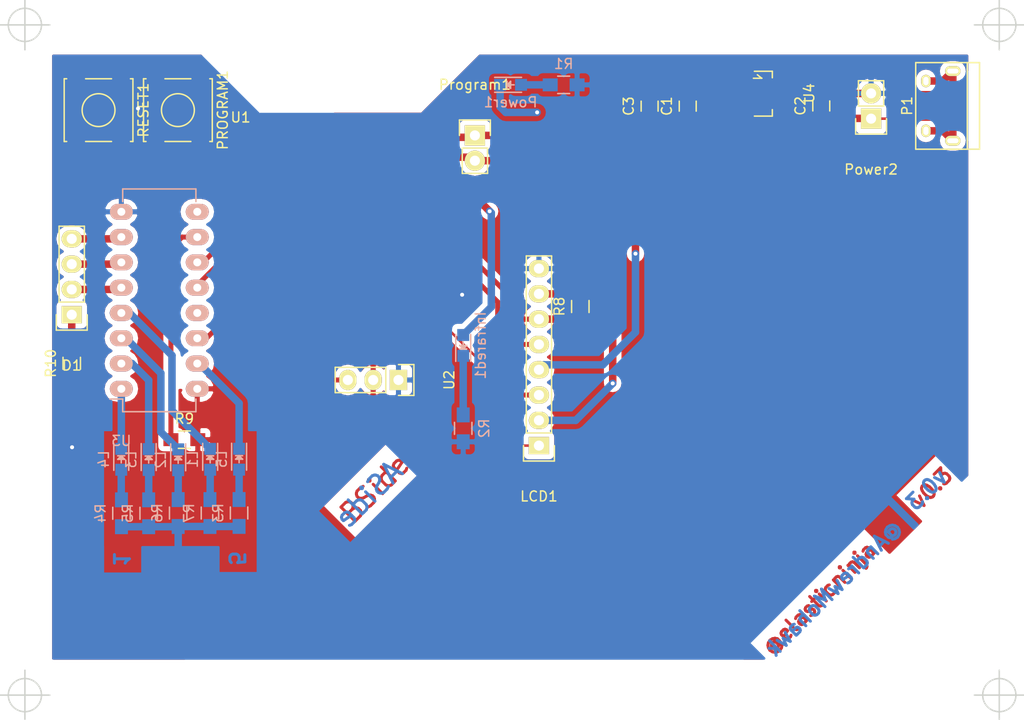
<source format=kicad_pcb>
(kicad_pcb (version 4) (host pcbnew 4.0.2+e4-6225~38~ubuntu15.10.1-stable)

  (general
    (links 74)
    (no_connects 2)
    (area 49.57 58.46 152.36 130.77)
    (thickness 1.6)
    (drawings 13)
    (tracks 190)
    (zones 0)
    (modules 31)
    (nets 46)
  )

  (page A4)
  (layers
    (0 F.Cu signal)
    (31 B.Cu signal)
    (32 B.Adhes user)
    (33 F.Adhes user)
    (34 B.Paste user)
    (35 F.Paste user)
    (36 B.SilkS user)
    (37 F.SilkS user)
    (38 B.Mask user)
    (39 F.Mask user)
    (40 Dwgs.User user)
    (41 Cmts.User user)
    (42 Eco1.User user)
    (43 Eco2.User user)
    (44 Edge.Cuts user)
    (45 Margin user)
    (46 B.CrtYd user)
    (47 F.CrtYd user)
    (48 B.Fab user)
    (49 F.Fab user)
  )

  (setup
    (last_trace_width 0.5)
    (user_trace_width 0.25)
    (user_trace_width 0.5)
    (user_trace_width 0.75)
    (trace_clearance 0.2)
    (zone_clearance 0.508)
    (zone_45_only yes)
    (trace_min 0.2)
    (segment_width 0.2)
    (edge_width 0.15)
    (via_size 0.6)
    (via_drill 0.4)
    (via_min_size 0.4)
    (via_min_drill 0.3)
    (uvia_size 0.3)
    (uvia_drill 0.1)
    (uvias_allowed no)
    (uvia_min_size 0.2)
    (uvia_min_drill 0.1)
    (pcb_text_width 0.3)
    (pcb_text_size 1.5 1.5)
    (mod_edge_width 0.15)
    (mod_text_size 1 1)
    (mod_text_width 0.15)
    (pad_size 1.524 1.524)
    (pad_drill 0.762)
    (pad_to_mask_clearance 0.2)
    (aux_axis_origin 0 0)
    (visible_elements FFFFFF7F)
    (pcbplotparams
      (layerselection 0x00030_80000001)
      (usegerberextensions false)
      (excludeedgelayer true)
      (linewidth 0.100000)
      (plotframeref false)
      (viasonmask false)
      (mode 1)
      (useauxorigin false)
      (hpglpennumber 1)
      (hpglpenspeed 20)
      (hpglpendiameter 15)
      (hpglpenoverlay 2)
      (psnegative false)
      (psa4output false)
      (plotreference true)
      (plotvalue true)
      (plotinvisibletext false)
      (padsonsilk false)
      (subtractmaskfromsilk false)
      (outputformat 1)
      (mirror false)
      (drillshape 1)
      (scaleselection 1)
      (outputdirectory ""))
  )

  (net 0 "")
  (net 1 +3V3)
  (net 2 "Net-(L4-Pad1)")
  (net 3 "Net-(L5-Pad1)")
  (net 4 "Net-(L3-Pad1)")
  (net 5 "Net-(U1-Pad6)")
  (net 6 "Net-(L2-Pad1)")
  (net 7 "Net-(U3-Pad13)")
  (net 8 "Net-(L1-Pad1)")
  (net 9 "Net-(U1-Pad5)")
  (net 10 "Net-(D1-Pad2)")
  (net 11 "Net-(U1-Pad4)")
  (net 12 "Net-(D1-Pad3)")
  (net 13 "Net-(D1-Pad4)")
  (net 14 "Net-(U3-Pad9)")
  (net 15 GND)
  (net 16 "Net-(Infrared1-Pad2)")
  (net 17 "Net-(L2-Pad2)")
  (net 18 "Net-(L3-Pad2)")
  (net 19 "Net-(L4-Pad2)")
  (net 20 "Net-(Power1-Pad2)")
  (net 21 "Net-(L5-Pad2)")
  (net 22 "Net-(L1-Pad2)")
  (net 23 "Net-(RESET1-Pad2)")
  (net 24 "Net-(U1-Pad9)")
  (net 25 "Net-(U1-Pad10)")
  (net 26 "Net-(U1-Pad11)")
  (net 27 "Net-(U1-Pad12)")
  (net 28 "Net-(U1-Pad13)")
  (net 29 "Net-(U1-Pad14)")
  (net 30 "Net-(U1-Pad2)")
  (net 31 "Net-(U1-Pad7)")
  (net 32 "Net-(Infrared1-Pad1)")
  (net 33 "Net-(LCD1-Pad3)")
  (net 34 "Net-(LCD1-Pad4)")
  (net 35 "Net-(LCD1-Pad5)")
  (net 36 "Net-(LCD1-Pad7)")
  (net 37 "Net-(D1-Pad1)")
  (net 38 "Net-(LCD1-Pad1)")
  (net 39 "Net-(LCD1-Pad2)")
  (net 40 "Net-(R9-Pad1)")
  (net 41 "Net-(C2-Pad1)")
  (net 42 "Net-(P1-Pad2)")
  (net 43 "Net-(P1-Pad3)")
  (net 44 "Net-(P1-Pad4)")
  (net 45 "Net-(P1-Pad6)")

  (net_class Default "This is the default net class."
    (clearance 0.2)
    (trace_width 0.5)
    (via_dia 0.6)
    (via_drill 0.4)
    (uvia_dia 0.3)
    (uvia_drill 0.1)
    (add_net +3V3)
    (add_net GND)
    (add_net "Net-(C2-Pad1)")
    (add_net "Net-(D1-Pad1)")
    (add_net "Net-(D1-Pad2)")
    (add_net "Net-(D1-Pad3)")
    (add_net "Net-(D1-Pad4)")
    (add_net "Net-(Infrared1-Pad1)")
    (add_net "Net-(Infrared1-Pad2)")
    (add_net "Net-(L1-Pad1)")
    (add_net "Net-(L1-Pad2)")
    (add_net "Net-(L2-Pad1)")
    (add_net "Net-(L2-Pad2)")
    (add_net "Net-(L3-Pad1)")
    (add_net "Net-(L3-Pad2)")
    (add_net "Net-(L4-Pad1)")
    (add_net "Net-(L4-Pad2)")
    (add_net "Net-(L5-Pad1)")
    (add_net "Net-(L5-Pad2)")
    (add_net "Net-(LCD1-Pad1)")
    (add_net "Net-(LCD1-Pad2)")
    (add_net "Net-(LCD1-Pad3)")
    (add_net "Net-(LCD1-Pad4)")
    (add_net "Net-(LCD1-Pad5)")
    (add_net "Net-(LCD1-Pad7)")
    (add_net "Net-(P1-Pad2)")
    (add_net "Net-(P1-Pad3)")
    (add_net "Net-(P1-Pad4)")
    (add_net "Net-(P1-Pad6)")
    (add_net "Net-(Power1-Pad2)")
    (add_net "Net-(R9-Pad1)")
    (add_net "Net-(U1-Pad10)")
    (add_net "Net-(U1-Pad11)")
    (add_net "Net-(U1-Pad12)")
    (add_net "Net-(U1-Pad13)")
    (add_net "Net-(U1-Pad14)")
    (add_net "Net-(U1-Pad2)")
    (add_net "Net-(U1-Pad4)")
    (add_net "Net-(U1-Pad5)")
    (add_net "Net-(U1-Pad6)")
    (add_net "Net-(U1-Pad7)")
    (add_net "Net-(U1-Pad9)")
    (add_net "Net-(U3-Pad13)")
    (add_net "Net-(U3-Pad9)")
  )

  (net_class "wide track" ""
    (clearance 0.2)
    (trace_width 0.25)
    (via_dia 0.6)
    (via_drill 0.4)
    (uvia_dia 0.3)
    (uvia_drill 0.1)
    (add_net "Net-(RESET1-Pad2)")
  )

  (module ESP8266:ESP-12E (layer F.Cu) (tedit 559F8D21) (tstamp 576EDCB5)
    (at 75.7174 72.2503)
    (descr "Module, ESP-8266, ESP-12, 16 pad, SMD")
    (tags "Module ESP-8266 ESP8266")
    (path /576DAEDC)
    (fp_text reference U1 (at -2 -2) (layer F.SilkS)
      (effects (font (size 1 1) (thickness 0.15)))
    )
    (fp_text value ESP-12E (at 8 1) (layer F.Fab)
      (effects (font (size 1 1) (thickness 0.15)))
    )
    (fp_line (start 16 -8.4) (end 0 -2.6) (layer F.CrtYd) (width 0.1524))
    (fp_line (start 0 -8.4) (end 16 -2.6) (layer F.CrtYd) (width 0.1524))
    (fp_text user "No Copper" (at 7.9 -5.4) (layer F.CrtYd)
      (effects (font (size 1 1) (thickness 0.15)))
    )
    (fp_line (start 0 -8.4) (end 0 -2.6) (layer F.CrtYd) (width 0.1524))
    (fp_line (start 0 -2.6) (end 16 -2.6) (layer F.CrtYd) (width 0.1524))
    (fp_line (start 16 -2.6) (end 16 -8.4) (layer F.CrtYd) (width 0.1524))
    (fp_line (start 16 -8.4) (end 0 -8.4) (layer F.CrtYd) (width 0.1524))
    (fp_line (start 16 -8.4) (end 16 15.6) (layer F.Fab) (width 0.1524))
    (fp_line (start 16 15.6) (end 0 15.6) (layer F.Fab) (width 0.1524))
    (fp_line (start 0 15.6) (end 0 -8.4) (layer F.Fab) (width 0.1524))
    (fp_line (start 0 -8.4) (end 16 -8.4) (layer F.Fab) (width 0.1524))
    (pad 9 smd oval (at 2.99 15.75 90) (size 2.4 1.1) (layers F.Cu F.Paste F.Mask)
      (net 24 "Net-(U1-Pad9)"))
    (pad 10 smd oval (at 4.99 15.75 90) (size 2.4 1.1) (layers F.Cu F.Paste F.Mask)
      (net 25 "Net-(U1-Pad10)"))
    (pad 11 smd oval (at 6.99 15.75 90) (size 2.4 1.1) (layers F.Cu F.Paste F.Mask)
      (net 26 "Net-(U1-Pad11)"))
    (pad 12 smd oval (at 8.99 15.75 90) (size 2.4 1.1) (layers F.Cu F.Paste F.Mask)
      (net 27 "Net-(U1-Pad12)"))
    (pad 13 smd oval (at 10.99 15.75 90) (size 2.4 1.1) (layers F.Cu F.Paste F.Mask)
      (net 28 "Net-(U1-Pad13)"))
    (pad 14 smd oval (at 12.99 15.75 90) (size 2.4 1.1) (layers F.Cu F.Paste F.Mask)
      (net 29 "Net-(U1-Pad14)"))
    (pad 1 smd rect (at 0 0) (size 2.4 1.1) (layers F.Cu F.Paste F.Mask)
      (net 23 "Net-(RESET1-Pad2)"))
    (pad 2 smd oval (at 0 2) (size 2.4 1.1) (layers F.Cu F.Paste F.Mask)
      (net 30 "Net-(U1-Pad2)"))
    (pad 3 smd oval (at 0 4) (size 2.4 1.1) (layers F.Cu F.Paste F.Mask)
      (net 1 +3V3))
    (pad 4 smd oval (at 0 6) (size 2.4 1.1) (layers F.Cu F.Paste F.Mask)
      (net 11 "Net-(U1-Pad4)"))
    (pad 5 smd oval (at 0 8) (size 2.4 1.1) (layers F.Cu F.Paste F.Mask)
      (net 9 "Net-(U1-Pad5)"))
    (pad 6 smd oval (at 0 10) (size 2.4 1.1) (layers F.Cu F.Paste F.Mask)
      (net 5 "Net-(U1-Pad6)"))
    (pad 7 smd oval (at 0 12) (size 2.4 1.1) (layers F.Cu F.Paste F.Mask)
      (net 31 "Net-(U1-Pad7)"))
    (pad 8 smd oval (at 0 14) (size 2.4 1.1) (layers F.Cu F.Paste F.Mask)
      (net 1 +3V3))
    (pad 15 smd oval (at 16 14) (size 2.4 1.1) (layers F.Cu F.Paste F.Mask)
      (net 15 GND))
    (pad 16 smd oval (at 16 12) (size 2.4 1.1) (layers F.Cu F.Paste F.Mask)
      (net 15 GND))
    (pad 17 smd oval (at 16 10) (size 2.4 1.1) (layers F.Cu F.Paste F.Mask)
      (net 33 "Net-(LCD1-Pad3)"))
    (pad 18 smd oval (at 16 8) (size 2.4 1.1) (layers F.Cu F.Paste F.Mask)
      (net 35 "Net-(LCD1-Pad5)"))
    (pad 19 smd oval (at 16 6) (size 2.4 1.1) (layers F.Cu F.Paste F.Mask)
      (net 38 "Net-(LCD1-Pad1)"))
    (pad 20 smd oval (at 16 4) (size 2.4 1.1) (layers F.Cu F.Paste F.Mask)
      (net 16 "Net-(Infrared1-Pad2)"))
    (pad 21 smd oval (at 16 2) (size 2.4 1.1) (layers F.Cu F.Paste F.Mask)
      (net 39 "Net-(LCD1-Pad2)"))
    (pad 22 smd oval (at 16 0) (size 2.4 1.1) (layers F.Cu F.Paste F.Mask)
      (net 34 "Net-(LCD1-Pad4)"))
    (model ${ESPLIB}/ESP8266.3dshapes/ESP-12.wrl
      (at (xyz 0.04 0 0))
      (scale (xyz 0.3937 0.3937 0.3937))
      (rotate (xyz 0 0 0))
    )
  )

  (module Capacitors_SMD:C_0805_HandSoldering (layer F.Cu) (tedit 541A9B8D) (tstamp 57721A92)
    (at 118.59006 69.12102 90)
    (descr "Capacitor SMD 0805, hand soldering")
    (tags "capacitor 0805")
    (path /576DADEF)
    (attr smd)
    (fp_text reference C1 (at 0 -2.1 90) (layer F.SilkS)
      (effects (font (size 1 1) (thickness 0.15)))
    )
    (fp_text value 10uF (at 0 2.1 90) (layer F.Fab)
      (effects (font (size 1 1) (thickness 0.15)))
    )
    (fp_line (start -2.3 -1) (end 2.3 -1) (layer F.CrtYd) (width 0.05))
    (fp_line (start -2.3 1) (end 2.3 1) (layer F.CrtYd) (width 0.05))
    (fp_line (start -2.3 -1) (end -2.3 1) (layer F.CrtYd) (width 0.05))
    (fp_line (start 2.3 -1) (end 2.3 1) (layer F.CrtYd) (width 0.05))
    (fp_line (start 0.5 -0.85) (end -0.5 -0.85) (layer F.SilkS) (width 0.15))
    (fp_line (start -0.5 0.85) (end 0.5 0.85) (layer F.SilkS) (width 0.15))
    (pad 1 smd rect (at -1.25 0 90) (size 1.5 1.25) (layers F.Cu F.Paste F.Mask)
      (net 1 +3V3))
    (pad 2 smd rect (at 1.25 0 90) (size 1.5 1.25) (layers F.Cu F.Paste F.Mask)
      (net 15 GND))
    (model Capacitors_SMD.3dshapes/C_0805_HandSoldering.wrl
      (at (xyz 0 0 0))
      (scale (xyz 1 1 1))
      (rotate (xyz 0 0 0))
    )
  )

  (module Resistors_SMD:R_0805_HandSoldering (layer B.Cu) (tedit 54189DEE) (tstamp 57721B2F)
    (at 96.05772 101.47808 90)
    (descr "Resistor SMD 0805, hand soldering")
    (tags "resistor 0805")
    (path /576D96E6)
    (attr smd)
    (fp_text reference R2 (at 0 2.1 90) (layer B.SilkS)
      (effects (font (size 1 1) (thickness 0.15)) (justify mirror))
    )
    (fp_text value 100 (at 0 -2.1 90) (layer B.Fab)
      (effects (font (size 1 1) (thickness 0.15)) (justify mirror))
    )
    (fp_line (start -2.4 1) (end 2.4 1) (layer B.CrtYd) (width 0.05))
    (fp_line (start -2.4 -1) (end 2.4 -1) (layer B.CrtYd) (width 0.05))
    (fp_line (start -2.4 1) (end -2.4 -1) (layer B.CrtYd) (width 0.05))
    (fp_line (start 2.4 1) (end 2.4 -1) (layer B.CrtYd) (width 0.05))
    (fp_line (start 0.6 -0.875) (end -0.6 -0.875) (layer B.SilkS) (width 0.15))
    (fp_line (start -0.6 0.875) (end 0.6 0.875) (layer B.SilkS) (width 0.15))
    (pad 1 smd rect (at -1.35 0 90) (size 1.5 1.3) (layers B.Cu B.Paste B.Mask)
      (net 15 GND))
    (pad 2 smd rect (at 1.35 0 90) (size 1.5 1.3) (layers B.Cu B.Paste B.Mask)
      (net 32 "Net-(Infrared1-Pad1)"))
    (model Resistors_SMD.3dshapes/R_0805_HandSoldering.wrl
      (at (xyz 0 0 0))
      (scale (xyz 1 1 1))
      (rotate (xyz 0 0 0))
    )
  )

  (module Pin_Headers:Pin_Header_Straight_1x02 (layer F.Cu) (tedit 54EA090C) (tstamp 5774D354)
    (at 136.99236 70.37832 180)
    (descr "Through hole pin header")
    (tags "pin header")
    (path /576EF59A)
    (fp_text reference Power2 (at 0 -5.1 180) (layer F.SilkS)
      (effects (font (size 1 1) (thickness 0.15)))
    )
    (fp_text value CONN_01X02 (at 0 -3.1 180) (layer F.Fab)
      (effects (font (size 1 1) (thickness 0.15)))
    )
    (fp_line (start 1.27 1.27) (end 1.27 3.81) (layer F.SilkS) (width 0.15))
    (fp_line (start 1.55 -1.55) (end 1.55 0) (layer F.SilkS) (width 0.15))
    (fp_line (start -1.75 -1.75) (end -1.75 4.3) (layer F.CrtYd) (width 0.05))
    (fp_line (start 1.75 -1.75) (end 1.75 4.3) (layer F.CrtYd) (width 0.05))
    (fp_line (start -1.75 -1.75) (end 1.75 -1.75) (layer F.CrtYd) (width 0.05))
    (fp_line (start -1.75 4.3) (end 1.75 4.3) (layer F.CrtYd) (width 0.05))
    (fp_line (start 1.27 1.27) (end -1.27 1.27) (layer F.SilkS) (width 0.15))
    (fp_line (start -1.55 0) (end -1.55 -1.55) (layer F.SilkS) (width 0.15))
    (fp_line (start -1.55 -1.55) (end 1.55 -1.55) (layer F.SilkS) (width 0.15))
    (fp_line (start -1.27 1.27) (end -1.27 3.81) (layer F.SilkS) (width 0.15))
    (fp_line (start -1.27 3.81) (end 1.27 3.81) (layer F.SilkS) (width 0.15))
    (pad 1 thru_hole rect (at 0 0 180) (size 2.032 2.032) (drill 1.016) (layers *.Cu *.Mask F.SilkS)
      (net 41 "Net-(C2-Pad1)"))
    (pad 2 thru_hole oval (at 0 2.54 180) (size 2.032 2.032) (drill 1.016) (layers *.Cu *.Mask F.SilkS)
      (net 15 GND))
    (model Pin_Headers.3dshapes/Pin_Header_Straight_1x02.wrl
      (at (xyz 0 -0.05 0))
      (scale (xyz 1 1 1))
      (rotate (xyz 0 0 90))
    )
  )

  (module Pin_Headers:Pin_Header_Straight_1x08 (layer F.Cu) (tedit 0) (tstamp 5774DD8F)
    (at 103.6574 103.2129 180)
    (descr "Through hole pin header")
    (tags "pin header")
    (path /5774D47C)
    (fp_text reference LCD1 (at 0 -5.1 180) (layer F.SilkS)
      (effects (font (size 1 1) (thickness 0.15)))
    )
    (fp_text value CONN_01X08 (at 0 -3.1 180) (layer F.Fab)
      (effects (font (size 1 1) (thickness 0.15)))
    )
    (fp_line (start -1.75 -1.75) (end -1.75 19.55) (layer F.CrtYd) (width 0.05))
    (fp_line (start 1.75 -1.75) (end 1.75 19.55) (layer F.CrtYd) (width 0.05))
    (fp_line (start -1.75 -1.75) (end 1.75 -1.75) (layer F.CrtYd) (width 0.05))
    (fp_line (start -1.75 19.55) (end 1.75 19.55) (layer F.CrtYd) (width 0.05))
    (fp_line (start 1.27 1.27) (end 1.27 19.05) (layer F.SilkS) (width 0.15))
    (fp_line (start 1.27 19.05) (end -1.27 19.05) (layer F.SilkS) (width 0.15))
    (fp_line (start -1.27 19.05) (end -1.27 1.27) (layer F.SilkS) (width 0.15))
    (fp_line (start 1.55 -1.55) (end 1.55 0) (layer F.SilkS) (width 0.15))
    (fp_line (start 1.27 1.27) (end -1.27 1.27) (layer F.SilkS) (width 0.15))
    (fp_line (start -1.55 0) (end -1.55 -1.55) (layer F.SilkS) (width 0.15))
    (fp_line (start -1.55 -1.55) (end 1.55 -1.55) (layer F.SilkS) (width 0.15))
    (pad 1 thru_hole rect (at 0 0 180) (size 2.032 1.7272) (drill 1.016) (layers *.Cu *.Mask F.SilkS)
      (net 38 "Net-(LCD1-Pad1)"))
    (pad 2 thru_hole oval (at 0 2.54 180) (size 2.032 1.7272) (drill 1.016) (layers *.Cu *.Mask F.SilkS)
      (net 39 "Net-(LCD1-Pad2)"))
    (pad 3 thru_hole oval (at 0 5.08 180) (size 2.032 1.7272) (drill 1.016) (layers *.Cu *.Mask F.SilkS)
      (net 33 "Net-(LCD1-Pad3)"))
    (pad 4 thru_hole oval (at 0 7.62 180) (size 2.032 1.7272) (drill 1.016) (layers *.Cu *.Mask F.SilkS)
      (net 34 "Net-(LCD1-Pad4)"))
    (pad 5 thru_hole oval (at 0 10.16 180) (size 2.032 1.7272) (drill 1.016) (layers *.Cu *.Mask F.SilkS)
      (net 35 "Net-(LCD1-Pad5)"))
    (pad 6 thru_hole oval (at 0 12.7 180) (size 2.032 1.7272) (drill 1.016) (layers *.Cu *.Mask F.SilkS)
      (net 1 +3V3))
    (pad 7 thru_hole oval (at 0 15.24 180) (size 2.032 1.7272) (drill 1.016) (layers *.Cu *.Mask F.SilkS)
      (net 36 "Net-(LCD1-Pad7)"))
    (pad 8 thru_hole oval (at 0 17.78 180) (size 2.032 1.7272) (drill 1.016) (layers *.Cu *.Mask F.SilkS)
      (net 15 GND))
    (model Pin_Headers.3dshapes/Pin_Header_Straight_1x08.wrl
      (at (xyz 0 -0.35 0))
      (scale (xyz 1 1 1))
      (rotate (xyz 0 0 90))
    )
  )

  (module Resistors_SMD:R_0805_HandSoldering (layer F.Cu) (tedit 54189DEE) (tstamp 5774DDAE)
    (at 107.8103 89.2429 90)
    (descr "Resistor SMD 0805, hand soldering")
    (tags "resistor 0805")
    (path /5774E89F)
    (attr smd)
    (fp_text reference R8 (at 0 -2.1 90) (layer F.SilkS)
      (effects (font (size 1 1) (thickness 0.15)))
    )
    (fp_text value 100 (at 0 2.1 90) (layer F.Fab)
      (effects (font (size 1 1) (thickness 0.15)))
    )
    (fp_line (start -2.4 -1) (end 2.4 -1) (layer F.CrtYd) (width 0.05))
    (fp_line (start -2.4 1) (end 2.4 1) (layer F.CrtYd) (width 0.05))
    (fp_line (start -2.4 -1) (end -2.4 1) (layer F.CrtYd) (width 0.05))
    (fp_line (start 2.4 -1) (end 2.4 1) (layer F.CrtYd) (width 0.05))
    (fp_line (start 0.6 0.875) (end -0.6 0.875) (layer F.SilkS) (width 0.15))
    (fp_line (start -0.6 -0.875) (end 0.6 -0.875) (layer F.SilkS) (width 0.15))
    (pad 1 smd rect (at -1.35 0 90) (size 1.5 1.3) (layers F.Cu F.Paste F.Mask)
      (net 1 +3V3))
    (pad 2 smd rect (at 1.35 0 90) (size 1.5 1.3) (layers F.Cu F.Paste F.Mask)
      (net 36 "Net-(LCD1-Pad7)"))
    (model Resistors_SMD.3dshapes/R_0805_HandSoldering.wrl
      (at (xyz 0 0 0))
      (scale (xyz 1 1 1))
      (rotate (xyz 0 0 0))
    )
  )

  (module Resistors_SMD:R_0805_HandSoldering (layer F.Cu) (tedit 54189DEE) (tstamp 5774DDBA)
    (at 68.072 102.616)
    (descr "Resistor SMD 0805, hand soldering")
    (tags "resistor 0805")
    (path /57842282)
    (attr smd)
    (fp_text reference R9 (at 0 -2.1) (layer F.SilkS)
      (effects (font (size 1 1) (thickness 0.15)))
    )
    (fp_text value 100 (at 0 2.1) (layer F.Fab)
      (effects (font (size 1 1) (thickness 0.15)))
    )
    (fp_line (start -2.4 -1) (end 2.4 -1) (layer F.CrtYd) (width 0.05))
    (fp_line (start -2.4 1) (end 2.4 1) (layer F.CrtYd) (width 0.05))
    (fp_line (start -2.4 -1) (end -2.4 1) (layer F.CrtYd) (width 0.05))
    (fp_line (start 2.4 -1) (end 2.4 1) (layer F.CrtYd) (width 0.05))
    (fp_line (start 0.6 0.875) (end -0.6 0.875) (layer F.SilkS) (width 0.15))
    (fp_line (start -0.6 -0.875) (end 0.6 -0.875) (layer F.SilkS) (width 0.15))
    (pad 1 smd rect (at -1.35 0) (size 1.5 1.3) (layers F.Cu F.Paste F.Mask)
      (net 40 "Net-(R9-Pad1)"))
    (pad 2 smd rect (at 1.35 0) (size 1.5 1.3) (layers F.Cu F.Paste F.Mask)
      (net 1 +3V3))
    (model Resistors_SMD.3dshapes/R_0805_HandSoldering.wrl
      (at (xyz 0 0 0))
      (scale (xyz 1 1 1))
      (rotate (xyz 0 0 0))
    )
  )

  (module Pin_Headers:Pin_Header_Straight_1x04 (layer F.Cu) (tedit 0) (tstamp 5779225A)
    (at 56.769 90.0684 180)
    (descr "Through hole pin header")
    (tags "pin header")
    (path /576D8957)
    (fp_text reference D1 (at 0 -5.1 180) (layer F.SilkS)
      (effects (font (size 1 1) (thickness 0.15)))
    )
    (fp_text value Led_RGB_CA (at 0 -3.1 180) (layer F.Fab)
      (effects (font (size 1 1) (thickness 0.15)))
    )
    (fp_line (start -1.75 -1.75) (end -1.75 9.4) (layer F.CrtYd) (width 0.05))
    (fp_line (start 1.75 -1.75) (end 1.75 9.4) (layer F.CrtYd) (width 0.05))
    (fp_line (start -1.75 -1.75) (end 1.75 -1.75) (layer F.CrtYd) (width 0.05))
    (fp_line (start -1.75 9.4) (end 1.75 9.4) (layer F.CrtYd) (width 0.05))
    (fp_line (start -1.27 1.27) (end -1.27 8.89) (layer F.SilkS) (width 0.15))
    (fp_line (start 1.27 1.27) (end 1.27 8.89) (layer F.SilkS) (width 0.15))
    (fp_line (start 1.55 -1.55) (end 1.55 0) (layer F.SilkS) (width 0.15))
    (fp_line (start -1.27 8.89) (end 1.27 8.89) (layer F.SilkS) (width 0.15))
    (fp_line (start 1.27 1.27) (end -1.27 1.27) (layer F.SilkS) (width 0.15))
    (fp_line (start -1.55 0) (end -1.55 -1.55) (layer F.SilkS) (width 0.15))
    (fp_line (start -1.55 -1.55) (end 1.55 -1.55) (layer F.SilkS) (width 0.15))
    (pad 1 thru_hole rect (at 0 0 180) (size 2.032 1.7272) (drill 1.016) (layers *.Cu *.Mask F.SilkS)
      (net 37 "Net-(D1-Pad1)"))
    (pad 2 thru_hole oval (at 0 2.54 180) (size 2.032 1.7272) (drill 1.016) (layers *.Cu *.Mask F.SilkS)
      (net 10 "Net-(D1-Pad2)"))
    (pad 3 thru_hole oval (at 0 5.08 180) (size 2.032 1.7272) (drill 1.016) (layers *.Cu *.Mask F.SilkS)
      (net 12 "Net-(D1-Pad3)"))
    (pad 4 thru_hole oval (at 0 7.62 180) (size 2.032 1.7272) (drill 1.016) (layers *.Cu *.Mask F.SilkS)
      (net 13 "Net-(D1-Pad4)"))
    (model Pin_Headers.3dshapes/Pin_Header_Straight_1x04.wrl
      (at (xyz 0 -0.15 0))
      (scale (xyz 1 1 1))
      (rotate (xyz 0 0 90))
    )
  )

  (module Pin_Headers:Pin_Header_Straight_1x02 (layer F.Cu) (tedit 54EA090C) (tstamp 57840976)
    (at 97.2312 72.0598)
    (descr "Through hole pin header")
    (tags "pin header")
    (path /5784055A)
    (fp_text reference Program1 (at 0 -5.1) (layer F.SilkS)
      (effects (font (size 1 1) (thickness 0.15)))
    )
    (fp_text value CONN_01X02 (at 0 -3.1) (layer F.Fab)
      (effects (font (size 1 1) (thickness 0.15)))
    )
    (fp_line (start 1.27 1.27) (end 1.27 3.81) (layer F.SilkS) (width 0.15))
    (fp_line (start 1.55 -1.55) (end 1.55 0) (layer F.SilkS) (width 0.15))
    (fp_line (start -1.75 -1.75) (end -1.75 4.3) (layer F.CrtYd) (width 0.05))
    (fp_line (start 1.75 -1.75) (end 1.75 4.3) (layer F.CrtYd) (width 0.05))
    (fp_line (start -1.75 -1.75) (end 1.75 -1.75) (layer F.CrtYd) (width 0.05))
    (fp_line (start -1.75 4.3) (end 1.75 4.3) (layer F.CrtYd) (width 0.05))
    (fp_line (start 1.27 1.27) (end -1.27 1.27) (layer F.SilkS) (width 0.15))
    (fp_line (start -1.55 0) (end -1.55 -1.55) (layer F.SilkS) (width 0.15))
    (fp_line (start -1.55 -1.55) (end 1.55 -1.55) (layer F.SilkS) (width 0.15))
    (fp_line (start -1.27 1.27) (end -1.27 3.81) (layer F.SilkS) (width 0.15))
    (fp_line (start -1.27 3.81) (end 1.27 3.81) (layer F.SilkS) (width 0.15))
    (pad 1 thru_hole rect (at 0 0) (size 2.032 2.032) (drill 1.016) (layers *.Cu *.Mask F.SilkS)
      (net 34 "Net-(LCD1-Pad4)"))
    (pad 2 thru_hole oval (at 0 2.54) (size 2.032 2.032) (drill 1.016) (layers *.Cu *.Mask F.SilkS)
      (net 39 "Net-(LCD1-Pad2)"))
    (model Pin_Headers.3dshapes/Pin_Header_Straight_1x02.wrl
      (at (xyz 0 -0.05 0))
      (scale (xyz 1 1 1))
      (rotate (xyz 0 0 90))
    )
  )

  (module LEDs:LED_0805 (layer B.Cu) (tedit 55BDE1C2) (tstamp 57979A99)
    (at 96.05772 93.15196 90)
    (descr "LED 0805 smd package")
    (tags "LED 0805 SMD")
    (path /576D8B38)
    (attr smd)
    (fp_text reference Infrared1 (at 0 1.75 90) (layer B.SilkS)
      (effects (font (size 1 1) (thickness 0.15)) (justify mirror))
    )
    (fp_text value LEDs:LED-5MM (at 0 -1.75 90) (layer B.Fab)
      (effects (font (size 1 1) (thickness 0.15)) (justify mirror))
    )
    (fp_line (start -1.6 -0.75) (end 1.1 -0.75) (layer B.SilkS) (width 0.15))
    (fp_line (start -1.6 0.75) (end 1.1 0.75) (layer B.SilkS) (width 0.15))
    (fp_line (start -0.1 -0.15) (end -0.1 0.1) (layer B.SilkS) (width 0.15))
    (fp_line (start -0.1 0.1) (end -0.25 -0.05) (layer B.SilkS) (width 0.15))
    (fp_line (start -0.35 0.35) (end -0.35 -0.35) (layer B.SilkS) (width 0.15))
    (fp_line (start 0 0) (end 0.35 0) (layer B.SilkS) (width 0.15))
    (fp_line (start -0.35 0) (end 0 0.35) (layer B.SilkS) (width 0.15))
    (fp_line (start 0 0.35) (end 0 -0.35) (layer B.SilkS) (width 0.15))
    (fp_line (start 0 -0.35) (end -0.35 0) (layer B.SilkS) (width 0.15))
    (fp_line (start 1.9 0.95) (end 1.9 -0.95) (layer B.CrtYd) (width 0.05))
    (fp_line (start 1.9 -0.95) (end -1.9 -0.95) (layer B.CrtYd) (width 0.05))
    (fp_line (start -1.9 -0.95) (end -1.9 0.95) (layer B.CrtYd) (width 0.05))
    (fp_line (start -1.9 0.95) (end 1.9 0.95) (layer B.CrtYd) (width 0.05))
    (pad 2 smd rect (at 1.04902 0 270) (size 1.19888 1.19888) (layers B.Cu B.Paste B.Mask)
      (net 16 "Net-(Infrared1-Pad2)"))
    (pad 1 smd rect (at -1.04902 0 270) (size 1.19888 1.19888) (layers B.Cu B.Paste B.Mask)
      (net 32 "Net-(Infrared1-Pad1)"))
    (model LEDs.3dshapes/LED_0805.wrl
      (at (xyz 0 0 0))
      (scale (xyz 1 1 1))
      (rotate (xyz 0 0 0))
    )
  )

  (module LEDs:LED_0805 (layer B.Cu) (tedit 55BDE1C2) (tstamp 57979AAC)
    (at 70.6628 104.58958 270)
    (descr "LED 0805 smd package")
    (tags "LED 0805 SMD")
    (path /576D8D24)
    (attr smd)
    (fp_text reference L1 (at 0 1.75 270) (layer B.SilkS)
      (effects (font (size 1 1) (thickness 0.15)) (justify mirror))
    )
    (fp_text value LEDs:LED-5MM (at 0 -1.75 270) (layer B.Fab)
      (effects (font (size 1 1) (thickness 0.15)) (justify mirror))
    )
    (fp_line (start -1.6 -0.75) (end 1.1 -0.75) (layer B.SilkS) (width 0.15))
    (fp_line (start -1.6 0.75) (end 1.1 0.75) (layer B.SilkS) (width 0.15))
    (fp_line (start -0.1 -0.15) (end -0.1 0.1) (layer B.SilkS) (width 0.15))
    (fp_line (start -0.1 0.1) (end -0.25 -0.05) (layer B.SilkS) (width 0.15))
    (fp_line (start -0.35 0.35) (end -0.35 -0.35) (layer B.SilkS) (width 0.15))
    (fp_line (start 0 0) (end 0.35 0) (layer B.SilkS) (width 0.15))
    (fp_line (start -0.35 0) (end 0 0.35) (layer B.SilkS) (width 0.15))
    (fp_line (start 0 0.35) (end 0 -0.35) (layer B.SilkS) (width 0.15))
    (fp_line (start 0 -0.35) (end -0.35 0) (layer B.SilkS) (width 0.15))
    (fp_line (start 1.9 0.95) (end 1.9 -0.95) (layer B.CrtYd) (width 0.05))
    (fp_line (start 1.9 -0.95) (end -1.9 -0.95) (layer B.CrtYd) (width 0.05))
    (fp_line (start -1.9 -0.95) (end -1.9 0.95) (layer B.CrtYd) (width 0.05))
    (fp_line (start -1.9 0.95) (end 1.9 0.95) (layer B.CrtYd) (width 0.05))
    (pad 2 smd rect (at 1.04902 0 90) (size 1.19888 1.19888) (layers B.Cu B.Paste B.Mask)
      (net 22 "Net-(L1-Pad2)"))
    (pad 1 smd rect (at -1.04902 0 90) (size 1.19888 1.19888) (layers B.Cu B.Paste B.Mask)
      (net 8 "Net-(L1-Pad1)"))
    (model LEDs.3dshapes/LED_0805.wrl
      (at (xyz 0 0 0))
      (scale (xyz 1 1 1))
      (rotate (xyz 0 0 0))
    )
  )

  (module LEDs:LED_0805 (layer B.Cu) (tedit 55BDE1C2) (tstamp 57979ABF)
    (at 67.45224 104.6353 270)
    (descr "LED 0805 smd package")
    (tags "LED 0805 SMD")
    (path /576D8DBF)
    (attr smd)
    (fp_text reference L2 (at 0 1.75 270) (layer B.SilkS)
      (effects (font (size 1 1) (thickness 0.15)) (justify mirror))
    )
    (fp_text value LED (at 0 -1.75 270) (layer B.Fab)
      (effects (font (size 1 1) (thickness 0.15)) (justify mirror))
    )
    (fp_line (start -1.6 -0.75) (end 1.1 -0.75) (layer B.SilkS) (width 0.15))
    (fp_line (start -1.6 0.75) (end 1.1 0.75) (layer B.SilkS) (width 0.15))
    (fp_line (start -0.1 -0.15) (end -0.1 0.1) (layer B.SilkS) (width 0.15))
    (fp_line (start -0.1 0.1) (end -0.25 -0.05) (layer B.SilkS) (width 0.15))
    (fp_line (start -0.35 0.35) (end -0.35 -0.35) (layer B.SilkS) (width 0.15))
    (fp_line (start 0 0) (end 0.35 0) (layer B.SilkS) (width 0.15))
    (fp_line (start -0.35 0) (end 0 0.35) (layer B.SilkS) (width 0.15))
    (fp_line (start 0 0.35) (end 0 -0.35) (layer B.SilkS) (width 0.15))
    (fp_line (start 0 -0.35) (end -0.35 0) (layer B.SilkS) (width 0.15))
    (fp_line (start 1.9 0.95) (end 1.9 -0.95) (layer B.CrtYd) (width 0.05))
    (fp_line (start 1.9 -0.95) (end -1.9 -0.95) (layer B.CrtYd) (width 0.05))
    (fp_line (start -1.9 -0.95) (end -1.9 0.95) (layer B.CrtYd) (width 0.05))
    (fp_line (start -1.9 0.95) (end 1.9 0.95) (layer B.CrtYd) (width 0.05))
    (pad 2 smd rect (at 1.04902 0 90) (size 1.19888 1.19888) (layers B.Cu B.Paste B.Mask)
      (net 17 "Net-(L2-Pad2)"))
    (pad 1 smd rect (at -1.04902 0 90) (size 1.19888 1.19888) (layers B.Cu B.Paste B.Mask)
      (net 6 "Net-(L2-Pad1)"))
    (model LEDs.3dshapes/LED_0805.wrl
      (at (xyz 0 0 0))
      (scale (xyz 1 1 1))
      (rotate (xyz 0 0 0))
    )
  )

  (module LEDs:LED_0805 (layer B.Cu) (tedit 55BDE1C2) (tstamp 57979AD2)
    (at 64.4906 104.61244 270)
    (descr "LED 0805 smd package")
    (tags "LED 0805 SMD")
    (path /576D8E6A)
    (attr smd)
    (fp_text reference L3 (at 0 1.75 270) (layer B.SilkS)
      (effects (font (size 1 1) (thickness 0.15)) (justify mirror))
    )
    (fp_text value LED (at 0 -1.75 270) (layer B.Fab)
      (effects (font (size 1 1) (thickness 0.15)) (justify mirror))
    )
    (fp_line (start -1.6 -0.75) (end 1.1 -0.75) (layer B.SilkS) (width 0.15))
    (fp_line (start -1.6 0.75) (end 1.1 0.75) (layer B.SilkS) (width 0.15))
    (fp_line (start -0.1 -0.15) (end -0.1 0.1) (layer B.SilkS) (width 0.15))
    (fp_line (start -0.1 0.1) (end -0.25 -0.05) (layer B.SilkS) (width 0.15))
    (fp_line (start -0.35 0.35) (end -0.35 -0.35) (layer B.SilkS) (width 0.15))
    (fp_line (start 0 0) (end 0.35 0) (layer B.SilkS) (width 0.15))
    (fp_line (start -0.35 0) (end 0 0.35) (layer B.SilkS) (width 0.15))
    (fp_line (start 0 0.35) (end 0 -0.35) (layer B.SilkS) (width 0.15))
    (fp_line (start 0 -0.35) (end -0.35 0) (layer B.SilkS) (width 0.15))
    (fp_line (start 1.9 0.95) (end 1.9 -0.95) (layer B.CrtYd) (width 0.05))
    (fp_line (start 1.9 -0.95) (end -1.9 -0.95) (layer B.CrtYd) (width 0.05))
    (fp_line (start -1.9 -0.95) (end -1.9 0.95) (layer B.CrtYd) (width 0.05))
    (fp_line (start -1.9 0.95) (end 1.9 0.95) (layer B.CrtYd) (width 0.05))
    (pad 2 smd rect (at 1.04902 0 90) (size 1.19888 1.19888) (layers B.Cu B.Paste B.Mask)
      (net 18 "Net-(L3-Pad2)"))
    (pad 1 smd rect (at -1.04902 0 90) (size 1.19888 1.19888) (layers B.Cu B.Paste B.Mask)
      (net 4 "Net-(L3-Pad1)"))
    (model LEDs.3dshapes/LED_0805.wrl
      (at (xyz 0 0 0))
      (scale (xyz 1 1 1))
      (rotate (xyz 0 0 0))
    )
  )

  (module LEDs:LED_0805 (layer B.Cu) (tedit 55BDE1C2) (tstamp 57979AE5)
    (at 61.73724 104.58958 270)
    (descr "LED 0805 smd package")
    (tags "LED 0805 SMD")
    (path /576D91CB)
    (attr smd)
    (fp_text reference L4 (at 0 1.75 270) (layer B.SilkS)
      (effects (font (size 1 1) (thickness 0.15)) (justify mirror))
    )
    (fp_text value LED (at 0 -1.75 270) (layer B.Fab)
      (effects (font (size 1 1) (thickness 0.15)) (justify mirror))
    )
    (fp_line (start -1.6 -0.75) (end 1.1 -0.75) (layer B.SilkS) (width 0.15))
    (fp_line (start -1.6 0.75) (end 1.1 0.75) (layer B.SilkS) (width 0.15))
    (fp_line (start -0.1 -0.15) (end -0.1 0.1) (layer B.SilkS) (width 0.15))
    (fp_line (start -0.1 0.1) (end -0.25 -0.05) (layer B.SilkS) (width 0.15))
    (fp_line (start -0.35 0.35) (end -0.35 -0.35) (layer B.SilkS) (width 0.15))
    (fp_line (start 0 0) (end 0.35 0) (layer B.SilkS) (width 0.15))
    (fp_line (start -0.35 0) (end 0 0.35) (layer B.SilkS) (width 0.15))
    (fp_line (start 0 0.35) (end 0 -0.35) (layer B.SilkS) (width 0.15))
    (fp_line (start 0 -0.35) (end -0.35 0) (layer B.SilkS) (width 0.15))
    (fp_line (start 1.9 0.95) (end 1.9 -0.95) (layer B.CrtYd) (width 0.05))
    (fp_line (start 1.9 -0.95) (end -1.9 -0.95) (layer B.CrtYd) (width 0.05))
    (fp_line (start -1.9 -0.95) (end -1.9 0.95) (layer B.CrtYd) (width 0.05))
    (fp_line (start -1.9 0.95) (end 1.9 0.95) (layer B.CrtYd) (width 0.05))
    (pad 2 smd rect (at 1.04902 0 90) (size 1.19888 1.19888) (layers B.Cu B.Paste B.Mask)
      (net 19 "Net-(L4-Pad2)"))
    (pad 1 smd rect (at -1.04902 0 90) (size 1.19888 1.19888) (layers B.Cu B.Paste B.Mask)
      (net 2 "Net-(L4-Pad1)"))
    (model LEDs.3dshapes/LED_0805.wrl
      (at (xyz 0 0 0))
      (scale (xyz 1 1 1))
      (rotate (xyz 0 0 0))
    )
  )

  (module LEDs:LED_0805 (layer B.Cu) (tedit 55BDE1C2) (tstamp 57979AF8)
    (at 73.56602 104.57688 270)
    (descr "LED 0805 smd package")
    (tags "LED 0805 SMD")
    (path /576D9207)
    (attr smd)
    (fp_text reference L5 (at 0 1.75 270) (layer B.SilkS)
      (effects (font (size 1 1) (thickness 0.15)) (justify mirror))
    )
    (fp_text value LEDs:LED-5MM (at 0 -1.75 270) (layer B.Fab)
      (effects (font (size 1 1) (thickness 0.15)) (justify mirror))
    )
    (fp_line (start -1.6 -0.75) (end 1.1 -0.75) (layer B.SilkS) (width 0.15))
    (fp_line (start -1.6 0.75) (end 1.1 0.75) (layer B.SilkS) (width 0.15))
    (fp_line (start -0.1 -0.15) (end -0.1 0.1) (layer B.SilkS) (width 0.15))
    (fp_line (start -0.1 0.1) (end -0.25 -0.05) (layer B.SilkS) (width 0.15))
    (fp_line (start -0.35 0.35) (end -0.35 -0.35) (layer B.SilkS) (width 0.15))
    (fp_line (start 0 0) (end 0.35 0) (layer B.SilkS) (width 0.15))
    (fp_line (start -0.35 0) (end 0 0.35) (layer B.SilkS) (width 0.15))
    (fp_line (start 0 0.35) (end 0 -0.35) (layer B.SilkS) (width 0.15))
    (fp_line (start 0 -0.35) (end -0.35 0) (layer B.SilkS) (width 0.15))
    (fp_line (start 1.9 0.95) (end 1.9 -0.95) (layer B.CrtYd) (width 0.05))
    (fp_line (start 1.9 -0.95) (end -1.9 -0.95) (layer B.CrtYd) (width 0.05))
    (fp_line (start -1.9 -0.95) (end -1.9 0.95) (layer B.CrtYd) (width 0.05))
    (fp_line (start -1.9 0.95) (end 1.9 0.95) (layer B.CrtYd) (width 0.05))
    (pad 2 smd rect (at 1.04902 0 90) (size 1.19888 1.19888) (layers B.Cu B.Paste B.Mask)
      (net 21 "Net-(L5-Pad2)"))
    (pad 1 smd rect (at -1.04902 0 90) (size 1.19888 1.19888) (layers B.Cu B.Paste B.Mask)
      (net 3 "Net-(L5-Pad1)"))
    (model LEDs.3dshapes/LED_0805.wrl
      (at (xyz 0 0 0))
      (scale (xyz 1 1 1))
      (rotate (xyz 0 0 0))
    )
  )

  (module LEDs:LED_0805 (layer B.Cu) (tedit 55BDE1C2) (tstamp 57979B0B)
    (at 100.8126 66.9798)
    (descr "LED 0805 smd package")
    (tags "LED 0805 SMD")
    (path /576D8A57)
    (attr smd)
    (fp_text reference Power1 (at 0 1.75) (layer B.SilkS)
      (effects (font (size 1 1) (thickness 0.15)) (justify mirror))
    )
    (fp_text value LED (at 0 -1.75) (layer B.Fab)
      (effects (font (size 1 1) (thickness 0.15)) (justify mirror))
    )
    (fp_line (start -1.6 -0.75) (end 1.1 -0.75) (layer B.SilkS) (width 0.15))
    (fp_line (start -1.6 0.75) (end 1.1 0.75) (layer B.SilkS) (width 0.15))
    (fp_line (start -0.1 -0.15) (end -0.1 0.1) (layer B.SilkS) (width 0.15))
    (fp_line (start -0.1 0.1) (end -0.25 -0.05) (layer B.SilkS) (width 0.15))
    (fp_line (start -0.35 0.35) (end -0.35 -0.35) (layer B.SilkS) (width 0.15))
    (fp_line (start 0 0) (end 0.35 0) (layer B.SilkS) (width 0.15))
    (fp_line (start -0.35 0) (end 0 0.35) (layer B.SilkS) (width 0.15))
    (fp_line (start 0 0.35) (end 0 -0.35) (layer B.SilkS) (width 0.15))
    (fp_line (start 0 -0.35) (end -0.35 0) (layer B.SilkS) (width 0.15))
    (fp_line (start 1.9 0.95) (end 1.9 -0.95) (layer B.CrtYd) (width 0.05))
    (fp_line (start 1.9 -0.95) (end -1.9 -0.95) (layer B.CrtYd) (width 0.05))
    (fp_line (start -1.9 -0.95) (end -1.9 0.95) (layer B.CrtYd) (width 0.05))
    (fp_line (start -1.9 0.95) (end 1.9 0.95) (layer B.CrtYd) (width 0.05))
    (pad 2 smd rect (at 1.04902 0 180) (size 1.19888 1.19888) (layers B.Cu B.Paste B.Mask)
      (net 20 "Net-(Power1-Pad2)"))
    (pad 1 smd rect (at -1.04902 0 180) (size 1.19888 1.19888) (layers B.Cu B.Paste B.Mask)
      (net 1 +3V3))
    (model LEDs.3dshapes/LED_0805.wrl
      (at (xyz 0 0 0))
      (scale (xyz 1 1 1))
      (rotate (xyz 0 0 0))
    )
  )

  (module Resistors_SMD:R_0805_HandSoldering (layer B.Cu) (tedit 54189DEE) (tstamp 57979B28)
    (at 106.13898 66.9798 180)
    (descr "Resistor SMD 0805, hand soldering")
    (tags "resistor 0805")
    (path /576D9694)
    (attr smd)
    (fp_text reference R1 (at 0 2.1 180) (layer B.SilkS)
      (effects (font (size 1 1) (thickness 0.15)) (justify mirror))
    )
    (fp_text value 100 (at 0 -2.1 180) (layer B.Fab)
      (effects (font (size 1 1) (thickness 0.15)) (justify mirror))
    )
    (fp_line (start -2.4 1) (end 2.4 1) (layer B.CrtYd) (width 0.05))
    (fp_line (start -2.4 -1) (end 2.4 -1) (layer B.CrtYd) (width 0.05))
    (fp_line (start -2.4 1) (end -2.4 -1) (layer B.CrtYd) (width 0.05))
    (fp_line (start 2.4 1) (end 2.4 -1) (layer B.CrtYd) (width 0.05))
    (fp_line (start 0.6 -0.875) (end -0.6 -0.875) (layer B.SilkS) (width 0.15))
    (fp_line (start -0.6 0.875) (end 0.6 0.875) (layer B.SilkS) (width 0.15))
    (pad 1 smd rect (at -1.35 0 180) (size 1.5 1.3) (layers B.Cu B.Paste B.Mask)
      (net 15 GND))
    (pad 2 smd rect (at 1.35 0 180) (size 1.5 1.3) (layers B.Cu B.Paste B.Mask)
      (net 20 "Net-(Power1-Pad2)"))
    (model Resistors_SMD.3dshapes/R_0805_HandSoldering.wrl
      (at (xyz 0 0 0))
      (scale (xyz 1 1 1))
      (rotate (xyz 0 0 0))
    )
  )

  (module Resistors_SMD:R_0805_HandSoldering (layer B.Cu) (tedit 54189DEE) (tstamp 57979B34)
    (at 73.56348 109.97692 270)
    (descr "Resistor SMD 0805, hand soldering")
    (tags "resistor 0805")
    (path /576D989E)
    (attr smd)
    (fp_text reference R3 (at 0 2.1 270) (layer B.SilkS)
      (effects (font (size 1 1) (thickness 0.15)) (justify mirror))
    )
    (fp_text value 100 (at 0 -2.1 270) (layer B.Fab)
      (effects (font (size 1 1) (thickness 0.15)) (justify mirror))
    )
    (fp_line (start -2.4 1) (end 2.4 1) (layer B.CrtYd) (width 0.05))
    (fp_line (start -2.4 -1) (end 2.4 -1) (layer B.CrtYd) (width 0.05))
    (fp_line (start -2.4 1) (end -2.4 -1) (layer B.CrtYd) (width 0.05))
    (fp_line (start 2.4 1) (end 2.4 -1) (layer B.CrtYd) (width 0.05))
    (fp_line (start 0.6 -0.875) (end -0.6 -0.875) (layer B.SilkS) (width 0.15))
    (fp_line (start -0.6 0.875) (end 0.6 0.875) (layer B.SilkS) (width 0.15))
    (pad 1 smd rect (at -1.35 0 270) (size 1.5 1.3) (layers B.Cu B.Paste B.Mask)
      (net 21 "Net-(L5-Pad2)"))
    (pad 2 smd rect (at 1.35 0 270) (size 1.5 1.3) (layers B.Cu B.Paste B.Mask)
      (net 15 GND))
    (model Resistors_SMD.3dshapes/R_0805_HandSoldering.wrl
      (at (xyz 0 0 0))
      (scale (xyz 1 1 1))
      (rotate (xyz 0 0 0))
    )
  )

  (module Resistors_SMD:R_0805_HandSoldering (layer B.Cu) (tedit 54189DEE) (tstamp 57979B40)
    (at 61.7601 110.0074 270)
    (descr "Resistor SMD 0805, hand soldering")
    (tags "resistor 0805")
    (path /576D9852)
    (attr smd)
    (fp_text reference R4 (at 0 2.1 270) (layer B.SilkS)
      (effects (font (size 1 1) (thickness 0.15)) (justify mirror))
    )
    (fp_text value 100 (at 0 -2.1 270) (layer B.Fab)
      (effects (font (size 1 1) (thickness 0.15)) (justify mirror))
    )
    (fp_line (start -2.4 1) (end 2.4 1) (layer B.CrtYd) (width 0.05))
    (fp_line (start -2.4 -1) (end 2.4 -1) (layer B.CrtYd) (width 0.05))
    (fp_line (start -2.4 1) (end -2.4 -1) (layer B.CrtYd) (width 0.05))
    (fp_line (start 2.4 1) (end 2.4 -1) (layer B.CrtYd) (width 0.05))
    (fp_line (start 0.6 -0.875) (end -0.6 -0.875) (layer B.SilkS) (width 0.15))
    (fp_line (start -0.6 0.875) (end 0.6 0.875) (layer B.SilkS) (width 0.15))
    (pad 1 smd rect (at -1.35 0 270) (size 1.5 1.3) (layers B.Cu B.Paste B.Mask)
      (net 19 "Net-(L4-Pad2)"))
    (pad 2 smd rect (at 1.35 0 270) (size 1.5 1.3) (layers B.Cu B.Paste B.Mask)
      (net 15 GND))
    (model Resistors_SMD.3dshapes/R_0805_HandSoldering.wrl
      (at (xyz 0 0 0))
      (scale (xyz 1 1 1))
      (rotate (xyz 0 0 0))
    )
  )

  (module Resistors_SMD:R_0805_HandSoldering (layer B.Cu) (tedit 54189DEE) (tstamp 57979B4C)
    (at 64.4906 110.0074 270)
    (descr "Resistor SMD 0805, hand soldering")
    (tags "resistor 0805")
    (path /576D980D)
    (attr smd)
    (fp_text reference R5 (at 0 2.1 270) (layer B.SilkS)
      (effects (font (size 1 1) (thickness 0.15)) (justify mirror))
    )
    (fp_text value 100 (at 0 -2.1 270) (layer B.Fab)
      (effects (font (size 1 1) (thickness 0.15)) (justify mirror))
    )
    (fp_line (start -2.4 1) (end 2.4 1) (layer B.CrtYd) (width 0.05))
    (fp_line (start -2.4 -1) (end 2.4 -1) (layer B.CrtYd) (width 0.05))
    (fp_line (start -2.4 1) (end -2.4 -1) (layer B.CrtYd) (width 0.05))
    (fp_line (start 2.4 1) (end 2.4 -1) (layer B.CrtYd) (width 0.05))
    (fp_line (start 0.6 -0.875) (end -0.6 -0.875) (layer B.SilkS) (width 0.15))
    (fp_line (start -0.6 0.875) (end 0.6 0.875) (layer B.SilkS) (width 0.15))
    (pad 1 smd rect (at -1.35 0 270) (size 1.5 1.3) (layers B.Cu B.Paste B.Mask)
      (net 18 "Net-(L3-Pad2)"))
    (pad 2 smd rect (at 1.35 0 270) (size 1.5 1.3) (layers B.Cu B.Paste B.Mask)
      (net 15 GND))
    (model Resistors_SMD.3dshapes/R_0805_HandSoldering.wrl
      (at (xyz 0 0 0))
      (scale (xyz 1 1 1))
      (rotate (xyz 0 0 0))
    )
  )

  (module Resistors_SMD:R_0805_HandSoldering (layer B.Cu) (tedit 54189DEE) (tstamp 57979B58)
    (at 67.45224 109.98454 270)
    (descr "Resistor SMD 0805, hand soldering")
    (tags "resistor 0805")
    (path /576D97C9)
    (attr smd)
    (fp_text reference R6 (at 0 2.1 270) (layer B.SilkS)
      (effects (font (size 1 1) (thickness 0.15)) (justify mirror))
    )
    (fp_text value 100 (at 0 -2.1 270) (layer B.Fab)
      (effects (font (size 1 1) (thickness 0.15)) (justify mirror))
    )
    (fp_line (start -2.4 1) (end 2.4 1) (layer B.CrtYd) (width 0.05))
    (fp_line (start -2.4 -1) (end 2.4 -1) (layer B.CrtYd) (width 0.05))
    (fp_line (start -2.4 1) (end -2.4 -1) (layer B.CrtYd) (width 0.05))
    (fp_line (start 2.4 1) (end 2.4 -1) (layer B.CrtYd) (width 0.05))
    (fp_line (start 0.6 -0.875) (end -0.6 -0.875) (layer B.SilkS) (width 0.15))
    (fp_line (start -0.6 0.875) (end 0.6 0.875) (layer B.SilkS) (width 0.15))
    (pad 1 smd rect (at -1.35 0 270) (size 1.5 1.3) (layers B.Cu B.Paste B.Mask)
      (net 17 "Net-(L2-Pad2)"))
    (pad 2 smd rect (at 1.35 0 270) (size 1.5 1.3) (layers B.Cu B.Paste B.Mask)
      (net 15 GND))
    (model Resistors_SMD.3dshapes/R_0805_HandSoldering.wrl
      (at (xyz 0 0 0))
      (scale (xyz 1 1 1))
      (rotate (xyz 0 0 0))
    )
  )

  (module Resistors_SMD:R_0805_HandSoldering (layer B.Cu) (tedit 54189DEE) (tstamp 57979B64)
    (at 70.63994 109.98454 270)
    (descr "Resistor SMD 0805, hand soldering")
    (tags "resistor 0805")
    (path /576D973C)
    (attr smd)
    (fp_text reference R7 (at 0 2.1 270) (layer B.SilkS)
      (effects (font (size 1 1) (thickness 0.15)) (justify mirror))
    )
    (fp_text value 100 (at 0 -2.1 270) (layer B.Fab)
      (effects (font (size 1 1) (thickness 0.15)) (justify mirror))
    )
    (fp_line (start -2.4 1) (end 2.4 1) (layer B.CrtYd) (width 0.05))
    (fp_line (start -2.4 -1) (end 2.4 -1) (layer B.CrtYd) (width 0.05))
    (fp_line (start -2.4 1) (end -2.4 -1) (layer B.CrtYd) (width 0.05))
    (fp_line (start 2.4 1) (end 2.4 -1) (layer B.CrtYd) (width 0.05))
    (fp_line (start 0.6 -0.875) (end -0.6 -0.875) (layer B.SilkS) (width 0.15))
    (fp_line (start -0.6 0.875) (end 0.6 0.875) (layer B.SilkS) (width 0.15))
    (pad 1 smd rect (at -1.35 0 270) (size 1.5 1.3) (layers B.Cu B.Paste B.Mask)
      (net 22 "Net-(L1-Pad2)"))
    (pad 2 smd rect (at 1.35 0 270) (size 1.5 1.3) (layers B.Cu B.Paste B.Mask)
      (net 15 GND))
    (model Resistors_SMD.3dshapes/R_0805_HandSoldering.wrl
      (at (xyz 0 0 0))
      (scale (xyz 1 1 1))
      (rotate (xyz 0 0 0))
    )
  )

  (module Resistors_SMD:R_0805_HandSoldering (layer F.Cu) (tedit 54189DEE) (tstamp 57979B70)
    (at 56.769 94.9452 90)
    (descr "Resistor SMD 0805, hand soldering")
    (tags "resistor 0805")
    (path /57842625)
    (attr smd)
    (fp_text reference R10 (at 0 -2.1 90) (layer F.SilkS)
      (effects (font (size 1 1) (thickness 0.15)))
    )
    (fp_text value 100 (at 0 2.1 90) (layer F.Fab)
      (effects (font (size 1 1) (thickness 0.15)))
    )
    (fp_line (start -2.4 -1) (end 2.4 -1) (layer F.CrtYd) (width 0.05))
    (fp_line (start -2.4 1) (end 2.4 1) (layer F.CrtYd) (width 0.05))
    (fp_line (start -2.4 -1) (end -2.4 1) (layer F.CrtYd) (width 0.05))
    (fp_line (start 2.4 -1) (end 2.4 1) (layer F.CrtYd) (width 0.05))
    (fp_line (start 0.6 0.875) (end -0.6 0.875) (layer F.SilkS) (width 0.15))
    (fp_line (start -0.6 -0.875) (end 0.6 -0.875) (layer F.SilkS) (width 0.15))
    (pad 1 smd rect (at -1.35 0 90) (size 1.5 1.3) (layers F.Cu F.Paste F.Mask)
      (net 15 GND))
    (pad 2 smd rect (at 1.35 0 90) (size 1.5 1.3) (layers F.Cu F.Paste F.Mask)
      (net 37 "Net-(D1-Pad1)"))
    (model Resistors_SMD.3dshapes/R_0805_HandSoldering.wrl
      (at (xyz 0 0 0))
      (scale (xyz 1 1 1))
      (rotate (xyz 0 0 0))
    )
  )

  (module Pin_Headers:Pin_Header_Straight_1x03 (layer F.Cu) (tedit 0) (tstamp 5797B6EB)
    (at 89.5604 96.6216 270)
    (descr "Through hole pin header")
    (tags "pin header")
    (path /576E771F)
    (fp_text reference U2 (at 0 -5.1 270) (layer F.SilkS)
      (effects (font (size 1 1) (thickness 0.15)))
    )
    (fp_text value TSOP38238 (at 0 -3.1 270) (layer F.Fab)
      (effects (font (size 1 1) (thickness 0.15)))
    )
    (fp_line (start -1.75 -1.75) (end -1.75 6.85) (layer F.CrtYd) (width 0.05))
    (fp_line (start 1.75 -1.75) (end 1.75 6.85) (layer F.CrtYd) (width 0.05))
    (fp_line (start -1.75 -1.75) (end 1.75 -1.75) (layer F.CrtYd) (width 0.05))
    (fp_line (start -1.75 6.85) (end 1.75 6.85) (layer F.CrtYd) (width 0.05))
    (fp_line (start -1.27 1.27) (end -1.27 6.35) (layer F.SilkS) (width 0.15))
    (fp_line (start -1.27 6.35) (end 1.27 6.35) (layer F.SilkS) (width 0.15))
    (fp_line (start 1.27 6.35) (end 1.27 1.27) (layer F.SilkS) (width 0.15))
    (fp_line (start 1.55 -1.55) (end 1.55 0) (layer F.SilkS) (width 0.15))
    (fp_line (start 1.27 1.27) (end -1.27 1.27) (layer F.SilkS) (width 0.15))
    (fp_line (start -1.55 0) (end -1.55 -1.55) (layer F.SilkS) (width 0.15))
    (fp_line (start -1.55 -1.55) (end 1.55 -1.55) (layer F.SilkS) (width 0.15))
    (pad 1 thru_hole rect (at 0 0 270) (size 2.032 1.7272) (drill 1.016) (layers *.Cu *.Mask F.SilkS)
      (net 15 GND))
    (pad 2 thru_hole oval (at 0 2.54 270) (size 2.032 1.7272) (drill 1.016) (layers *.Cu *.Mask F.SilkS)
      (net 1 +3V3))
    (pad 3 thru_hole oval (at 0 5.08 270) (size 2.032 1.7272) (drill 1.016) (layers *.Cu *.Mask F.SilkS)
      (net 31 "Net-(U1-Pad7)"))
    (model Pin_Headers.3dshapes/Pin_Header_Straight_1x03.wrl
      (at (xyz 0 -0.1 0))
      (scale (xyz 1 1 1))
      (rotate (xyz 0 0 90))
    )
  )

  (module TO_SOT_Packages_SMD:SOT89-3_Housing_Handsoldering (layer F.Cu) (tedit 0) (tstamp 5797C61B)
    (at 125.7808 67.8688 270)
    (descr "SOT89-3, Housing, Handsoldering,")
    (tags "SOT89-3, Housing, Handsoldering,")
    (path /5797C284)
    (attr smd)
    (fp_text reference U4 (at -0.0508 -5.00126 270) (layer F.SilkS)
      (effects (font (size 1 1) (thickness 0.15)))
    )
    (fp_text value MC78L05ACH (at -0.14986 5.30098 270) (layer F.Fab)
      (effects (font (size 1 1) (thickness 0.15)))
    )
    (fp_line (start -1.89992 0.20066) (end -1.651 -0.09906) (layer F.SilkS) (width 0.15))
    (fp_line (start -1.651 -0.09906) (end -1.5494 -0.24892) (layer F.SilkS) (width 0.15))
    (fp_line (start -1.5494 -0.24892) (end -1.5494 0.59944) (layer F.SilkS) (width 0.15))
    (fp_line (start -2.25044 -1.30048) (end -2.25044 0.50038) (layer F.SilkS) (width 0.15))
    (fp_line (start -2.25044 -1.30048) (end -1.6002 -1.30048) (layer F.SilkS) (width 0.15))
    (fp_line (start 2.25044 -1.30048) (end 2.25044 0.50038) (layer F.SilkS) (width 0.15))
    (fp_line (start 2.25044 -1.30048) (end 1.6002 -1.30048) (layer F.SilkS) (width 0.15))
    (pad 1 smd rect (at -1.50114 2.35204 270) (size 1.00076 2.5019) (layers F.Cu F.Paste F.Mask)
      (net 1 +3V3))
    (pad 2 smd rect (at 0 2.35204 270) (size 1.00076 2.5019) (layers F.Cu F.Paste F.Mask)
      (net 15 GND))
    (pad 3 smd rect (at 1.50114 2.35204 270) (size 1.00076 2.5019) (layers F.Cu F.Paste F.Mask)
      (net 41 "Net-(C2-Pad1)"))
    (pad 2 smd rect (at 0 -1.6002 270) (size 1.99898 4.0005) (layers F.Cu F.Paste F.Mask)
      (net 15 GND))
    (pad 2 smd trapezoid (at 0 0.7493 90) (size 1.50114 0.7493) (rect_delta 0 0.50038 ) (layers F.Cu F.Paste F.Mask)
      (net 15 GND))
    (model TO_SOT_Packages_SMD.3dshapes/SOT89-3_Housing_Handsoldering.wrl
      (at (xyz 0 0 0))
      (scale (xyz 0.3937 0.3937 0.3937))
      (rotate (xyz 0 0 0))
    )
  )

  (module Capacitors_SMD:C_0805_HandSoldering (layer F.Cu) (tedit 541A9B8D) (tstamp 5797C664)
    (at 131.99364 69.09816 90)
    (descr "Capacitor SMD 0805, hand soldering")
    (tags "capacitor 0805")
    (path /5797CF17)
    (attr smd)
    (fp_text reference C2 (at 0 -2.1 90) (layer F.SilkS)
      (effects (font (size 1 1) (thickness 0.15)))
    )
    (fp_text value 1uF (at 0 2.1 90) (layer F.Fab)
      (effects (font (size 1 1) (thickness 0.15)))
    )
    (fp_line (start -2.3 -1) (end 2.3 -1) (layer F.CrtYd) (width 0.05))
    (fp_line (start -2.3 1) (end 2.3 1) (layer F.CrtYd) (width 0.05))
    (fp_line (start -2.3 -1) (end -2.3 1) (layer F.CrtYd) (width 0.05))
    (fp_line (start 2.3 -1) (end 2.3 1) (layer F.CrtYd) (width 0.05))
    (fp_line (start 0.5 -0.85) (end -0.5 -0.85) (layer F.SilkS) (width 0.15))
    (fp_line (start -0.5 0.85) (end 0.5 0.85) (layer F.SilkS) (width 0.15))
    (pad 1 smd rect (at -1.25 0 90) (size 1.5 1.25) (layers F.Cu F.Paste F.Mask)
      (net 41 "Net-(C2-Pad1)"))
    (pad 2 smd rect (at 1.25 0 90) (size 1.5 1.25) (layers F.Cu F.Paste F.Mask)
      (net 15 GND))
    (model Capacitors_SMD.3dshapes/C_0805_HandSoldering.wrl
      (at (xyz 0 0 0))
      (scale (xyz 1 1 1))
      (rotate (xyz 0 0 0))
    )
  )

  (module Capacitors_SMD:C_0805_HandSoldering (layer F.Cu) (tedit 541A9B8D) (tstamp 5797C670)
    (at 114.76482 69.12102 90)
    (descr "Capacitor SMD 0805, hand soldering")
    (tags "capacitor 0805")
    (path /5797CF8C)
    (attr smd)
    (fp_text reference C3 (at 0 -2.1 90) (layer F.SilkS)
      (effects (font (size 1 1) (thickness 0.15)))
    )
    (fp_text value 1uF (at 0 2.1 90) (layer F.Fab)
      (effects (font (size 1 1) (thickness 0.15)))
    )
    (fp_line (start -2.3 -1) (end 2.3 -1) (layer F.CrtYd) (width 0.05))
    (fp_line (start -2.3 1) (end 2.3 1) (layer F.CrtYd) (width 0.05))
    (fp_line (start -2.3 -1) (end -2.3 1) (layer F.CrtYd) (width 0.05))
    (fp_line (start 2.3 -1) (end 2.3 1) (layer F.CrtYd) (width 0.05))
    (fp_line (start 0.5 -0.85) (end -0.5 -0.85) (layer F.SilkS) (width 0.15))
    (fp_line (start -0.5 0.85) (end 0.5 0.85) (layer F.SilkS) (width 0.15))
    (pad 1 smd rect (at -1.25 0 90) (size 1.5 1.25) (layers F.Cu F.Paste F.Mask)
      (net 1 +3V3))
    (pad 2 smd rect (at 1.25 0 90) (size 1.5 1.25) (layers F.Cu F.Paste F.Mask)
      (net 15 GND))
    (model Capacitors_SMD.3dshapes/C_0805_HandSoldering.wrl
      (at (xyz 0 0 0))
      (scale (xyz 1 1 1))
      (rotate (xyz 0 0 0))
    )
  )

  (module Housings_DIP:DIP-16_W7.62mm_LongPads (layer B.Cu) (tedit 54130A77) (tstamp 5797E557)
    (at 61.7474 97.5106)
    (descr "16-lead dip package, row spacing 7.62 mm (300 mils), longer pads")
    (tags "dil dip 2.54 300")
    (path /576D98EA)
    (fp_text reference U3 (at 0 5.22) (layer B.SilkS)
      (effects (font (size 1 1) (thickness 0.15)) (justify mirror))
    )
    (fp_text value 74HC595 (at 0 3.72) (layer B.Fab)
      (effects (font (size 1 1) (thickness 0.15)) (justify mirror))
    )
    (fp_line (start -1.4 2.45) (end -1.4 -20.25) (layer B.CrtYd) (width 0.05))
    (fp_line (start 9 2.45) (end 9 -20.25) (layer B.CrtYd) (width 0.05))
    (fp_line (start -1.4 2.45) (end 9 2.45) (layer B.CrtYd) (width 0.05))
    (fp_line (start -1.4 -20.25) (end 9 -20.25) (layer B.CrtYd) (width 0.05))
    (fp_line (start 0.135 2.295) (end 0.135 1.025) (layer B.SilkS) (width 0.15))
    (fp_line (start 7.485 2.295) (end 7.485 1.025) (layer B.SilkS) (width 0.15))
    (fp_line (start 7.485 -20.075) (end 7.485 -18.805) (layer B.SilkS) (width 0.15))
    (fp_line (start 0.135 -20.075) (end 0.135 -18.805) (layer B.SilkS) (width 0.15))
    (fp_line (start 0.135 2.295) (end 7.485 2.295) (layer B.SilkS) (width 0.15))
    (fp_line (start 0.135 -20.075) (end 7.485 -20.075) (layer B.SilkS) (width 0.15))
    (fp_line (start 0.135 1.025) (end -1.15 1.025) (layer B.SilkS) (width 0.15))
    (pad 1 thru_hole oval (at 0 0) (size 2.3 1.6) (drill 0.8) (layers *.Cu *.Mask B.SilkS)
      (net 2 "Net-(L4-Pad1)"))
    (pad 2 thru_hole oval (at 0 -2.54) (size 2.3 1.6) (drill 0.8) (layers *.Cu *.Mask B.SilkS)
      (net 4 "Net-(L3-Pad1)"))
    (pad 3 thru_hole oval (at 0 -5.08) (size 2.3 1.6) (drill 0.8) (layers *.Cu *.Mask B.SilkS)
      (net 6 "Net-(L2-Pad1)"))
    (pad 4 thru_hole oval (at 0 -7.62) (size 2.3 1.6) (drill 0.8) (layers *.Cu *.Mask B.SilkS)
      (net 8 "Net-(L1-Pad1)"))
    (pad 5 thru_hole oval (at 0 -10.16) (size 2.3 1.6) (drill 0.8) (layers *.Cu *.Mask B.SilkS)
      (net 10 "Net-(D1-Pad2)"))
    (pad 6 thru_hole oval (at 0 -12.7) (size 2.3 1.6) (drill 0.8) (layers *.Cu *.Mask B.SilkS)
      (net 12 "Net-(D1-Pad3)"))
    (pad 7 thru_hole oval (at 0 -15.24) (size 2.3 1.6) (drill 0.8) (layers *.Cu *.Mask B.SilkS)
      (net 13 "Net-(D1-Pad4)"))
    (pad 8 thru_hole oval (at 0 -17.78) (size 2.3 1.6) (drill 0.8) (layers *.Cu *.Mask B.SilkS)
      (net 15 GND))
    (pad 9 thru_hole oval (at 7.62 -17.78) (size 2.3 1.6) (drill 0.8) (layers *.Cu *.Mask B.SilkS)
      (net 14 "Net-(U3-Pad9)"))
    (pad 10 thru_hole oval (at 7.62 -15.24) (size 2.3 1.6) (drill 0.8) (layers *.Cu *.Mask B.SilkS)
      (net 40 "Net-(R9-Pad1)"))
    (pad 11 thru_hole oval (at 7.62 -12.7) (size 2.3 1.6) (drill 0.8) (layers *.Cu *.Mask B.SilkS)
      (net 11 "Net-(U1-Pad4)"))
    (pad 12 thru_hole oval (at 7.62 -10.16) (size 2.3 1.6) (drill 0.8) (layers *.Cu *.Mask B.SilkS)
      (net 9 "Net-(U1-Pad5)"))
    (pad 13 thru_hole oval (at 7.62 -7.62) (size 2.3 1.6) (drill 0.8) (layers *.Cu *.Mask B.SilkS)
      (net 7 "Net-(U3-Pad13)"))
    (pad 14 thru_hole oval (at 7.62 -5.08) (size 2.3 1.6) (drill 0.8) (layers *.Cu *.Mask B.SilkS)
      (net 5 "Net-(U1-Pad6)"))
    (pad 15 thru_hole oval (at 7.62 -2.54) (size 2.3 1.6) (drill 0.8) (layers *.Cu *.Mask B.SilkS)
      (net 3 "Net-(L5-Pad1)"))
    (pad 16 thru_hole oval (at 7.62 0) (size 2.3 1.6) (drill 0.8) (layers *.Cu *.Mask B.SilkS)
      (net 1 +3V3))
    (model Housings_DIP.3dshapes/DIP-16_W7.62mm_LongPads.wrl
      (at (xyz 0 0 0))
      (scale (xyz 1 1 1))
      (rotate (xyz 0 0 0))
    )
  )

  (module Buttons_Switches_SMD:SW_SPST_B3S-1000 (layer F.Cu) (tedit 56EDA1C6) (tstamp 579B6584)
    (at 67.4243 69.5198 270)
    (descr "Surface Mount Tactile Switch for High-Density Packaging")
    (tags "Tactile Switch")
    (path /576DACB7)
    (attr smd)
    (fp_text reference PROGRAM1 (at 0 -4.5 270) (layer F.SilkS)
      (effects (font (size 1 1) (thickness 0.15)))
    )
    (fp_text value SW_PUSH (at 0 4.5 270) (layer F.Fab)
      (effects (font (size 1 1) (thickness 0.15)))
    )
    (fp_line (start -5 3.7) (end 5 3.7) (layer F.CrtYd) (width 0.05))
    (fp_line (start 5 3.7) (end 5 -3.7) (layer F.CrtYd) (width 0.05))
    (fp_line (start 5 -3.7) (end -5 -3.7) (layer F.CrtYd) (width 0.05))
    (fp_line (start -5 -3.7) (end -5 3.7) (layer F.CrtYd) (width 0.05))
    (fp_line (start -3.15 -3.2) (end -3.15 -3.45) (layer F.SilkS) (width 0.15))
    (fp_line (start -3.15 -3.45) (end 3.15 -3.45) (layer F.SilkS) (width 0.15))
    (fp_line (start 3.15 -3.45) (end 3.15 -3.2) (layer F.SilkS) (width 0.15))
    (fp_line (start -3.15 1.3) (end -3.15 -1.3) (layer F.SilkS) (width 0.15))
    (fp_line (start 3.15 3.2) (end 3.15 3.45) (layer F.SilkS) (width 0.15))
    (fp_line (start 3.15 3.45) (end -3.15 3.45) (layer F.SilkS) (width 0.15))
    (fp_line (start -3.15 3.45) (end -3.15 3.2) (layer F.SilkS) (width 0.15))
    (fp_line (start 3.15 -1.3) (end 3.15 1.3) (layer F.SilkS) (width 0.15))
    (fp_circle (center 0 0) (end 1.65 0) (layer F.SilkS) (width 0.15))
    (fp_line (start -3 -3.3) (end 3 -3.3) (layer F.Fab) (width 0.15))
    (fp_line (start 3 -3.3) (end 3 3.3) (layer F.Fab) (width 0.15))
    (fp_line (start 3 3.3) (end -3 3.3) (layer F.Fab) (width 0.15))
    (fp_line (start -3 3.3) (end -3 -3.3) (layer F.Fab) (width 0.15))
    (pad 1 smd rect (at -3.975 -2.25 270) (size 1.55 1.3) (layers F.Cu F.Paste F.Mask)
      (net 35 "Net-(LCD1-Pad5)"))
    (pad 1 smd rect (at 3.975 -2.25 270) (size 1.55 1.3) (layers F.Cu F.Paste F.Mask)
      (net 35 "Net-(LCD1-Pad5)"))
    (pad 2 smd rect (at -3.975 2.25 270) (size 1.55 1.3) (layers F.Cu F.Paste F.Mask)
      (net 15 GND))
    (pad 2 smd rect (at 3.975 2.25 270) (size 1.55 1.3) (layers F.Cu F.Paste F.Mask)
      (net 15 GND))
  )

  (module Buttons_Switches_SMD:SW_SPST_B3S-1000 (layer F.Cu) (tedit 56EDA1C6) (tstamp 579B659D)
    (at 59.4614 69.5198 270)
    (descr "Surface Mount Tactile Switch for High-Density Packaging")
    (tags "Tactile Switch")
    (path /576DADA9)
    (attr smd)
    (fp_text reference RESET1 (at 0 -4.5 270) (layer F.SilkS)
      (effects (font (size 1 1) (thickness 0.15)))
    )
    (fp_text value SW_PUSH (at 0 4.5 270) (layer F.Fab)
      (effects (font (size 1 1) (thickness 0.15)))
    )
    (fp_line (start -5 3.7) (end 5 3.7) (layer F.CrtYd) (width 0.05))
    (fp_line (start 5 3.7) (end 5 -3.7) (layer F.CrtYd) (width 0.05))
    (fp_line (start 5 -3.7) (end -5 -3.7) (layer F.CrtYd) (width 0.05))
    (fp_line (start -5 -3.7) (end -5 3.7) (layer F.CrtYd) (width 0.05))
    (fp_line (start -3.15 -3.2) (end -3.15 -3.45) (layer F.SilkS) (width 0.15))
    (fp_line (start -3.15 -3.45) (end 3.15 -3.45) (layer F.SilkS) (width 0.15))
    (fp_line (start 3.15 -3.45) (end 3.15 -3.2) (layer F.SilkS) (width 0.15))
    (fp_line (start -3.15 1.3) (end -3.15 -1.3) (layer F.SilkS) (width 0.15))
    (fp_line (start 3.15 3.2) (end 3.15 3.45) (layer F.SilkS) (width 0.15))
    (fp_line (start 3.15 3.45) (end -3.15 3.45) (layer F.SilkS) (width 0.15))
    (fp_line (start -3.15 3.45) (end -3.15 3.2) (layer F.SilkS) (width 0.15))
    (fp_line (start 3.15 -1.3) (end 3.15 1.3) (layer F.SilkS) (width 0.15))
    (fp_circle (center 0 0) (end 1.65 0) (layer F.SilkS) (width 0.15))
    (fp_line (start -3 -3.3) (end 3 -3.3) (layer F.Fab) (width 0.15))
    (fp_line (start 3 -3.3) (end 3 3.3) (layer F.Fab) (width 0.15))
    (fp_line (start 3 3.3) (end -3 3.3) (layer F.Fab) (width 0.15))
    (fp_line (start -3 3.3) (end -3 -3.3) (layer F.Fab) (width 0.15))
    (pad 1 smd rect (at -3.975 -2.25 270) (size 1.55 1.3) (layers F.Cu F.Paste F.Mask)
      (net 15 GND))
    (pad 1 smd rect (at 3.975 -2.25 270) (size 1.55 1.3) (layers F.Cu F.Paste F.Mask)
      (net 15 GND))
    (pad 2 smd rect (at -3.975 2.25 270) (size 1.55 1.3) (layers F.Cu F.Paste F.Mask)
      (net 23 "Net-(RESET1-Pad2)"))
    (pad 2 smd rect (at 3.975 2.25 270) (size 1.55 1.3) (layers F.Cu F.Paste F.Mask)
      (net 23 "Net-(RESET1-Pad2)"))
  )

  (module Connect:USB_Micro-B (layer F.Cu) (tedit 5543E447) (tstamp 579BA2D5)
    (at 144.05864 69.09562 90)
    (descr "Micro USB Type B Receptacle")
    (tags "USB USB_B USB_micro USB_OTG")
    (path /579BABC1)
    (attr smd)
    (fp_text reference P1 (at 0 -3.45 90) (layer F.SilkS)
      (effects (font (size 1 1) (thickness 0.15)))
    )
    (fp_text value USB_OTG (at 0 4.8 90) (layer F.Fab)
      (effects (font (size 1 1) (thickness 0.15)))
    )
    (fp_line (start -4.6 -2.8) (end 4.6 -2.8) (layer F.CrtYd) (width 0.05))
    (fp_line (start 4.6 -2.8) (end 4.6 4.05) (layer F.CrtYd) (width 0.05))
    (fp_line (start 4.6 4.05) (end -4.6 4.05) (layer F.CrtYd) (width 0.05))
    (fp_line (start -4.6 4.05) (end -4.6 -2.8) (layer F.CrtYd) (width 0.05))
    (fp_line (start -4.3509 3.81746) (end 4.3491 3.81746) (layer F.SilkS) (width 0.15))
    (fp_line (start -4.3509 -2.58754) (end 4.3491 -2.58754) (layer F.SilkS) (width 0.15))
    (fp_line (start 4.3491 -2.58754) (end 4.3491 3.81746) (layer F.SilkS) (width 0.15))
    (fp_line (start 4.3491 2.58746) (end -4.3509 2.58746) (layer F.SilkS) (width 0.15))
    (fp_line (start -4.3509 3.81746) (end -4.3509 -2.58754) (layer F.SilkS) (width 0.15))
    (pad 1 smd rect (at -1.3009 -1.56254 180) (size 1.35 0.4) (layers F.Cu F.Paste F.Mask)
      (net 41 "Net-(C2-Pad1)"))
    (pad 2 smd rect (at -0.6509 -1.56254 180) (size 1.35 0.4) (layers F.Cu F.Paste F.Mask)
      (net 42 "Net-(P1-Pad2)"))
    (pad 3 smd rect (at -0.0009 -1.56254 180) (size 1.35 0.4) (layers F.Cu F.Paste F.Mask)
      (net 43 "Net-(P1-Pad3)"))
    (pad 4 smd rect (at 0.6491 -1.56254 180) (size 1.35 0.4) (layers F.Cu F.Paste F.Mask)
      (net 44 "Net-(P1-Pad4)"))
    (pad 5 smd rect (at 1.2991 -1.56254 180) (size 1.35 0.4) (layers F.Cu F.Paste F.Mask)
      (net 15 GND))
    (pad 6 thru_hole oval (at -2.5009 -1.56254 180) (size 0.95 1.25) (drill oval 0.55 0.85) (layers *.Cu *.Mask F.SilkS)
      (net 45 "Net-(P1-Pad6)"))
    (pad 6 thru_hole oval (at 2.4991 -1.56254 180) (size 0.95 1.25) (drill oval 0.55 0.85) (layers *.Cu *.Mask F.SilkS)
      (net 45 "Net-(P1-Pad6)"))
    (pad 6 thru_hole oval (at -3.5009 1.13746 180) (size 1.55 1) (drill oval 1.15 0.5) (layers *.Cu *.Mask F.SilkS)
      (net 45 "Net-(P1-Pad6)"))
    (pad 6 thru_hole oval (at 3.4991 1.13746 180) (size 1.55 1) (drill oval 1.15 0.5) (layers *.Cu *.Mask F.SilkS)
      (net 45 "Net-(P1-Pad6)"))
  )

  (gr_text BSide (at 87.18804 107.53344 45) (layer F.Cu)
    (effects (font (size 2 2) (thickness 0.3)))
  )
  (gr_text ASide (at 86.59368 108.11764 45) (layer B.Cu)
    (effects (font (size 2 2) (thickness 0.3)) (justify mirror))
  )
  (gr_text 5 (at 73.31964 114.53114 270) (layer B.Cu)
    (effects (font (size 1.5 1.5) (thickness 0.3)) (justify mirror))
  )
  (gr_text 1 (at 61.73216 114.58194 270) (layer B.Cu)
    (effects (font (size 1.5 1.5) (thickness 0.3)) (justify mirror))
  )
  (gr_text v0.3 (at 142.5829 107.6579 45) (layer B.Cu)
    (effects (font (size 1.5 1.5) (thickness 0.3)) (justify mirror))
  )
  (gr_text v0.3 (at 143.0909 107.4801 45) (layer F.Cu)
    (effects (font (size 1.5 1.5) (thickness 0.3)))
  )
  (gr_text 062741e576cdccf989905e4a6e1cac9879bf1637 (at 96.1644 123.4948) (layer F.Cu)
    (effects (font (size 1.5 1.5) (thickness 0.3)))
  )
  (gr_text @elasticninja (at 131.7879 118.5672 45) (layer F.Cu)
    (effects (font (size 1.5 1.5) (thickness 0.3)))
  )
  (gr_text @AndrewMohawk (at 133.2484 117.5385 45) (layer B.Cu)
    (effects (font (size 1.5 1.5) (thickness 0.3)) (justify mirror))
  )
  (target plus (at 52.07 60.96) (size 5) (width 0.15) (layer Edge.Cuts))
  (target plus (at 149.86 60.96) (size 5) (width 0.15) (layer Edge.Cuts))
  (target plus (at 149.86 128.27) (size 5) (width 0.15) (layer Edge.Cuts))
  (target plus (at 52.07 128.27) (size 5) (width 0.15) (layer Edge.Cuts))

  (segment (start 99.76358 66.9798) (end 99.76358 69.18706) (width 0.75) (layer B.Cu) (net 1))
  (segment (start 103.52278 69.70014) (end 107.92206 69.70014) (width 0.75) (layer F.Cu) (net 1) (tstamp 579BCE1D))
  (segment (start 103.47706 69.74586) (end 103.52278 69.70014) (width 0.75) (layer F.Cu) (net 1) (tstamp 579BCE1C))
  (via (at 103.47706 69.74586) (size 0.6) (drill 0.4) (layers F.Cu B.Cu) (net 1))
  (segment (start 100.32238 69.74586) (end 103.47706 69.74586) (width 0.75) (layer B.Cu) (net 1) (tstamp 579BCE17))
  (segment (start 99.76358 69.18706) (end 100.32238 69.74586) (width 0.75) (layer B.Cu) (net 1) (tstamp 579BCE11))
  (segment (start 103.6574 90.5129) (end 107.7303 90.5129) (width 0.75) (layer F.Cu) (net 1) (status 30))
  (segment (start 107.7303 90.5129) (end 107.8103 90.5929) (width 0.75) (layer F.Cu) (net 1) (tstamp 5787888E) (status 30))
  (segment (start 61.7474 97.5106) (end 61.7474 103.5304) (width 0.75) (layer B.Cu) (net 2))
  (segment (start 61.7474 103.5304) (end 61.73724 103.54056) (width 0.75) (layer B.Cu) (net 2) (tstamp 579BCEBD))
  (segment (start 69.3674 94.9706) (end 69.57314 94.9706) (width 0.75) (layer B.Cu) (net 3))
  (segment (start 69.57314 94.9706) (end 73.56602 98.96348) (width 0.75) (layer B.Cu) (net 3) (tstamp 579BCEEF))
  (segment (start 73.56602 98.96348) (end 73.56602 103.52786) (width 0.75) (layer B.Cu) (net 3) (tstamp 579BCEF6))
  (segment (start 69.3674 94.9706) (end 70.32752 94.9706) (width 0.25) (layer B.Cu) (net 3))
  (segment (start 61.7474 94.9706) (end 62.81166 94.9706) (width 0.75) (layer B.Cu) (net 4))
  (segment (start 62.81166 94.9706) (end 64.4906 96.64954) (width 0.75) (layer B.Cu) (net 4) (tstamp 579BCEC0))
  (segment (start 64.4906 96.64954) (end 64.4906 103.56342) (width 0.75) (layer B.Cu) (net 4) (tstamp 579BCEC9))
  (segment (start 61.7474 94.9706) (end 61.1632 94.9706) (width 0.5) (layer B.Cu) (net 4))
  (segment (start 69.3674 92.4306) (end 70.29196 92.4306) (width 0.5) (layer F.Cu) (net 5))
  (segment (start 70.29196 92.4306) (end 72.31888 90.40368) (width 0.5) (layer F.Cu) (net 5) (tstamp 579B8729))
  (segment (start 72.31888 90.40368) (end 72.31888 85.18144) (width 0.5) (layer F.Cu) (net 5) (tstamp 579B872B))
  (segment (start 72.31888 85.18144) (end 75.25002 82.2503) (width 0.5) (layer F.Cu) (net 5) (tstamp 579B872E))
  (segment (start 75.25002 82.2503) (end 75.7174 82.2503) (width 0.5) (layer F.Cu) (net 5) (tstamp 579B8731))
  (segment (start 74.7725 82.2503) (end 75.7174 82.2503) (width 0.5) (layer F.Cu) (net 5) (tstamp 57878603) (status 30))
  (segment (start 61.7474 92.4306) (end 62.19952 92.4306) (width 0.75) (layer B.Cu) (net 6))
  (segment (start 62.19952 92.4306) (end 65.71488 95.94596) (width 0.75) (layer B.Cu) (net 6) (tstamp 579BCED2))
  (segment (start 65.71488 95.94596) (end 65.71488 101.84892) (width 0.75) (layer B.Cu) (net 6) (tstamp 579BCED6))
  (segment (start 65.71488 101.84892) (end 67.45224 103.58628) (width 0.75) (layer B.Cu) (net 6) (tstamp 579BCED9))
  (segment (start 61.7474 89.8906) (end 62.56528 89.8906) (width 0.75) (layer B.Cu) (net 8))
  (segment (start 62.56528 89.8906) (end 66.83248 94.1578) (width 0.75) (layer B.Cu) (net 8) (tstamp 579BCEDC))
  (segment (start 66.83248 99.71024) (end 70.6628 103.54056) (width 0.75) (layer B.Cu) (net 8) (tstamp 579BCEE4))
  (segment (start 66.83248 94.1578) (end 66.83248 99.71024) (width 0.75) (layer B.Cu) (net 8) (tstamp 579BCEE0))
  (segment (start 61.7474 89.8906) (end 60.94476 89.8906) (width 0.75) (layer B.Cu) (net 8))
  (segment (start 69.3674 87.3506) (end 69.3674 87.0966) (width 0.5) (layer F.Cu) (net 9))
  (segment (start 69.3674 87.0966) (end 72.644 83.82) (width 0.5) (layer F.Cu) (net 9) (tstamp 579B8716))
  (segment (start 73.55178 80.2503) (end 75.7174 80.2503) (width 0.5) (layer F.Cu) (net 9) (tstamp 579B8720))
  (segment (start 72.644 81.15808) (end 73.55178 80.2503) (width 0.5) (layer F.Cu) (net 9) (tstamp 579B871F))
  (segment (start 72.644 83.82) (end 72.644 81.15808) (width 0.5) (layer F.Cu) (net 9) (tstamp 579B871A))
  (segment (start 69.3674 87.3506) (end 69.3674 86.8426) (width 0.25) (layer F.Cu) (net 9))
  (segment (start 75.6021 80.3656) (end 75.7174 80.2503) (width 0.75) (layer F.Cu) (net 9) (tstamp 579ABB0A) (status 30))
  (segment (start 56.769 87.5284) (end 61.5696 87.5284) (width 0.75) (layer F.Cu) (net 10))
  (segment (start 61.5696 87.5284) (end 61.7474 87.3506) (width 0.75) (layer F.Cu) (net 10) (tstamp 579B8806))
  (segment (start 69.3674 84.8106) (end 69.94652 84.8106) (width 0.5) (layer F.Cu) (net 11))
  (segment (start 69.94652 84.8106) (end 71.85152 82.9056) (width 0.5) (layer F.Cu) (net 11) (tstamp 579B8702))
  (segment (start 72.97114 78.2503) (end 75.7174 78.2503) (width 0.5) (layer F.Cu) (net 11) (tstamp 579B870B))
  (segment (start 71.85152 79.36992) (end 72.97114 78.2503) (width 0.5) (layer F.Cu) (net 11) (tstamp 579B8709))
  (segment (start 71.85152 82.9056) (end 71.85152 79.36992) (width 0.5) (layer F.Cu) (net 11) (tstamp 579B8706))
  (segment (start 69.3674 84.8106) (end 70.0278 84.8106) (width 0.25) (layer F.Cu) (net 11))
  (segment (start 56.769 84.9884) (end 61.5696 84.9884) (width 0.75) (layer F.Cu) (net 12))
  (segment (start 61.5696 84.9884) (end 61.7474 84.8106) (width 0.75) (layer F.Cu) (net 12) (tstamp 579B87FE))
  (segment (start 56.769 82.4484) (end 61.5696 82.4484) (width 0.75) (layer F.Cu) (net 13))
  (segment (start 61.5696 82.4484) (end 61.7474 82.2706) (width 0.75) (layer F.Cu) (net 13) (tstamp 579B87F7))
  (segment (start 114.76482 67.87102) (end 118.59006 67.87102) (width 0.75) (layer F.Cu) (net 15))
  (segment (start 118.59006 67.87102) (end 123.42654 67.87102) (width 0.75) (layer F.Cu) (net 15))
  (segment (start 123.42654 67.87102) (end 123.42876 67.8688) (width 0.75) (layer F.Cu) (net 15) (tstamp 579BCCC2))
  (segment (start 127.381 67.8688) (end 131.973 67.8688) (width 0.75) (layer F.Cu) (net 15))
  (segment (start 131.973 67.8688) (end 131.99364 67.84816) (width 0.75) (layer F.Cu) (net 15) (tstamp 579BCCB4))
  (segment (start 136.99236 67.83832) (end 142.4543 67.83832) (width 0.25) (layer F.Cu) (net 15))
  (segment (start 142.4543 67.83832) (end 142.4961 67.79652) (width 0.25) (layer F.Cu) (net 15) (tstamp 579BCCAE))
  (segment (start 131.99364 67.84816) (end 136.98252 67.84816) (width 0.75) (layer F.Cu) (net 15))
  (segment (start 136.98252 67.84816) (end 136.99236 67.83832) (width 0.75) (layer F.Cu) (net 15) (tstamp 579BCC55))
  (segment (start 56.769 96.2952) (end 56.769 103.34498) (width 0.75) (layer F.Cu) (net 15))
  (segment (start 56.80202 103.378) (end 56.77408 103.378) (width 0.75) (layer B.Cu) (net 15) (tstamp 579BC9F6))
  (via (at 56.80202 103.378) (size 0.6) (drill 0.4) (layers F.Cu B.Cu) (net 15))
  (segment (start 56.769 103.34498) (end 56.80202 103.378) (width 0.75) (layer F.Cu) (net 15) (tstamp 579BC9F2))
  (segment (start 67.45224 111.33454) (end 67.45224 114.28222) (width 0.75) (layer B.Cu) (net 15))
  (segment (start 67.45224 114.28222) (end 67.40652 114.32794) (width 0.75) (layer B.Cu) (net 15) (tstamp 579BC9B3))
  (segment (start 61.7601 111.3574) (end 64.4906 111.3574) (width 0.75) (layer B.Cu) (net 15))
  (segment (start 64.4906 111.3574) (end 67.42938 111.3574) (width 0.75) (layer B.Cu) (net 15))
  (segment (start 67.42938 111.3574) (end 67.45224 111.33454) (width 0.75) (layer B.Cu) (net 15) (tstamp 579BC9AB))
  (segment (start 67.45224 111.33454) (end 70.63994 111.33454) (width 0.75) (layer B.Cu) (net 15))
  (segment (start 70.63994 111.33454) (end 73.55586 111.33454) (width 0.75) (layer B.Cu) (net 15))
  (segment (start 73.55586 111.33454) (end 73.56348 111.32692) (width 0.75) (layer B.Cu) (net 15) (tstamp 579BC825))
  (segment (start 67.42938 111.43868) (end 67.45224 111.41582) (width 0.75) (layer B.Cu) (net 15) (tstamp 579BC81E))
  (segment (start 73.51268 111.27612) (end 73.56348 111.32692) (width 0.75) (layer B.Cu) (net 15) (tstamp 579B8276))
  (segment (start 64.4271 111.32692) (end 64.4906 111.26342) (width 0.75) (layer B.Cu) (net 15) (tstamp 579B8270))
  (via (at 63.4238 69.3547) (size 0.6) (drill 0.4) (layers F.Cu B.Cu) (net 15))
  (segment (start 63.4238 69.3547) (end 63.4238 69.3293) (width 0.75) (layer B.Cu) (net 15) (tstamp 579B6C8E))
  (segment (start 63.4238 65.5448) (end 63.4238 69.3547) (width 0.75) (layer F.Cu) (net 15))
  (segment (start 63.4238 69.3547) (end 63.4238 73.025) (width 0.75) (layer F.Cu) (net 15) (tstamp 579B6C8B))
  (segment (start 63.4238 73.025) (end 62.954 73.4948) (width 0.75) (layer F.Cu) (net 15) (tstamp 579B6C76))
  (segment (start 61.7114 73.4948) (end 62.954 73.4948) (width 0.75) (layer F.Cu) (net 15) (status 10))
  (segment (start 62.954 73.4948) (end 65.1743 73.4948) (width 0.75) (layer F.Cu) (net 15) (tstamp 579B6C7A) (status 20))
  (segment (start 61.7114 65.5448) (end 63.4238 65.5448) (width 0.75) (layer F.Cu) (net 15) (status 10))
  (segment (start 63.4238 65.5448) (end 65.1743 65.5448) (width 0.75) (layer F.Cu) (net 15) (tstamp 579B6C74) (status 20))
  (segment (start 64.9711 65.6464) (end 65.0854 65.7607) (width 0.75) (layer F.Cu) (net 15) (tstamp 579B6AB0) (status 30))
  (segment (start 61.8257 73.7107) (end 61.7114 73.5964) (width 0.75) (layer F.Cu) (net 15) (tstamp 579B6AB5) (status 30))
  (segment (start 73.58888 111.35232) (end 73.56348 111.32692) (width 0.75) (layer B.Cu) (net 15) (tstamp 579B6AA3) (status 30))
  (segment (start 64.5033 111.25072) (end 64.4906 111.26342) (width 0.75) (layer B.Cu) (net 15) (tstamp 579B6A9B) (status 30))
  (segment (start 91.7174 86.2503) (end 94.137 86.2503) (width 0.75) (layer F.Cu) (net 15) (status 10))
  (via (at 95.9485 88.0618) (size 0.6) (drill 0.4) (layers F.Cu B.Cu) (net 15))
  (segment (start 94.137 86.2503) (end 95.9485 88.0618) (width 0.75) (layer F.Cu) (net 15) (tstamp 57878B4D))
  (segment (start 91.7174 84.2503) (end 91.7174 86.2503) (width 0.75) (layer F.Cu) (net 15) (status 30))
  (segment (start 91.7174 86.2503) (end 91.7174 86.4596) (width 0.75) (layer F.Cu) (net 15) (status 30))
  (segment (start 91.7174 76.2503) (end 95.28506 76.2503) (width 0.75) (layer F.Cu) (net 16))
  (segment (start 98.87712 89.28354) (end 96.05772 92.10294) (width 0.75) (layer B.Cu) (net 16) (tstamp 579BB8EB))
  (segment (start 98.87712 79.84236) (end 98.87712 89.28354) (width 0.75) (layer B.Cu) (net 16) (tstamp 579BB8EA))
  (segment (start 98.70948 79.67472) (end 98.87712 79.84236) (width 0.75) (layer B.Cu) (net 16) (tstamp 579BB8E9))
  (via (at 98.70948 79.67472) (size 0.6) (drill 0.4) (layers F.Cu B.Cu) (net 16))
  (segment (start 95.28506 76.2503) (end 98.70948 79.67472) (width 0.75) (layer F.Cu) (net 16) (tstamp 579BB8E3))
  (segment (start 67.45224 105.68432) (end 67.45224 108.63454) (width 0.75) (layer B.Cu) (net 17))
  (segment (start 64.4906 105.66146) (end 64.4906 108.6574) (width 0.75) (layer B.Cu) (net 18))
  (segment (start 64.4906 108.54818) (end 64.49568 108.55326) (width 0.75) (layer B.Cu) (net 18) (tstamp 579BC92C))
  (segment (start 61.73724 105.6386) (end 61.73724 108.63454) (width 0.75) (layer B.Cu) (net 19))
  (segment (start 61.73724 108.63454) (end 61.7601 108.6574) (width 0.75) (layer B.Cu) (net 19) (tstamp 579BC931))
  (segment (start 104.78898 66.9798) (end 101.86162 66.9798) (width 0.75) (layer B.Cu) (net 20))
  (segment (start 73.56602 105.6259) (end 73.56602 108.62438) (width 0.75) (layer B.Cu) (net 21))
  (segment (start 73.56602 108.62438) (end 73.56348 108.62692) (width 0.75) (layer B.Cu) (net 21) (tstamp 579BC926))
  (segment (start 73.56348 105.64114) (end 73.57618 105.62844) (width 0.75) (layer B.Cu) (net 21) (tstamp 5797AD72) (status 30))
  (segment (start 70.6628 105.6386) (end 70.6628 108.61168) (width 0.75) (layer B.Cu) (net 22))
  (segment (start 70.6628 108.61168) (end 70.63994 108.63454) (width 0.75) (layer B.Cu) (net 22) (tstamp 579BC929))
  (segment (start 57.2114 73.4948) (end 57.2114 74.30052) (width 0.75) (layer F.Cu) (net 23))
  (segment (start 73.50506 72.2503) (end 75.7174 72.2503) (width 0.75) (layer F.Cu) (net 23) (tstamp 579B8828))
  (segment (start 70.22592 75.52944) (end 73.50506 72.2503) (width 0.75) (layer F.Cu) (net 23) (tstamp 579B8824))
  (segment (start 58.44032 75.52944) (end 70.22592 75.52944) (width 0.75) (layer F.Cu) (net 23) (tstamp 579B881D))
  (segment (start 57.2114 74.30052) (end 58.44032 75.52944) (width 0.75) (layer F.Cu) (net 23) (tstamp 579B881B))
  (segment (start 57.2114 73.4948) (end 57.2114 74.2294) (width 0.25) (layer F.Cu) (net 23) (status 30))
  (segment (start 57.2114 65.5448) (end 57.2114 73.4948) (width 0.75) (layer F.Cu) (net 23) (status 30))
  (segment (start 84.4804 96.6216) (end 76.56576 96.6216) (width 0.5) (layer F.Cu) (net 31))
  (segment (start 74.40826 84.2503) (end 75.7174 84.2503) (width 0.5) (layer F.Cu) (net 31) (tstamp 579B86EA))
  (segment (start 73.74128 84.91728) (end 74.40826 84.2503) (width 0.5) (layer F.Cu) (net 31) (tstamp 579B86E9))
  (segment (start 73.74128 93.79712) (end 73.74128 84.91728) (width 0.5) (layer F.Cu) (net 31) (tstamp 579B86E6))
  (segment (start 76.56576 96.6216) (end 73.74128 93.79712) (width 0.5) (layer F.Cu) (net 31) (tstamp 579B86E2))
  (segment (start 96.05772 100.12808) (end 96.05772 94.20098) (width 0.75) (layer B.Cu) (net 32))
  (segment (start 96.06534 100.12046) (end 96.05772 100.12808) (width 0.75) (layer B.Cu) (net 32) (tstamp 579BB859))
  (segment (start 91.7174 82.2503) (end 92.9945 82.2503) (width 0.5) (layer F.Cu) (net 33) (status 10))
  (segment (start 100.2665 98.1329) (end 103.6574 98.1329) (width 0.5) (layer F.Cu) (net 33) (tstamp 57878909) (status 20))
  (segment (start 99.5172 97.3836) (end 100.2665 98.1329) (width 0.5) (layer F.Cu) (net 33) (tstamp 57878908))
  (segment (start 99.5172 88.773) (end 99.5172 97.3836) (width 0.5) (layer F.Cu) (net 33) (tstamp 57878905))
  (segment (start 92.9945 82.2503) (end 99.5172 88.773) (width 0.5) (layer F.Cu) (net 33) (tstamp 57878902))
  (segment (start 97.2312 72.0598) (end 110.236 72.0598) (width 0.75) (layer F.Cu) (net 34) (status 10))
  (segment (start 110.0709 95.0976) (end 104.1527 95.0976) (width 0.75) (layer B.Cu) (net 34) (tstamp 57879225) (status 20))
  (segment (start 113.3475 91.821) (end 110.0709 95.0976) (width 0.75) (layer B.Cu) (net 34) (tstamp 57879220))
  (segment (start 113.3475 83.9343) (end 113.3475 91.821) (width 0.75) (layer B.Cu) (net 34) (tstamp 5787921F))
  (via (at 113.3475 83.9343) (size 0.6) (drill 0.4) (layers F.Cu B.Cu) (net 34))
  (segment (start 113.3475 75.1713) (end 113.3475 83.9343) (width 0.75) (layer F.Cu) (net 34) (tstamp 57879216))
  (segment (start 110.236 72.0598) (end 113.3475 75.1713) (width 0.75) (layer F.Cu) (net 34) (tstamp 5787920E))
  (segment (start 104.1527 95.0976) (end 103.6574 95.5929) (width 0.75) (layer B.Cu) (net 34) (tstamp 57879226) (status 30))
  (segment (start 91.7174 72.2503) (end 97.0407 72.2503) (width 0.75) (layer F.Cu) (net 34) (status 30))
  (segment (start 97.0407 72.2503) (end 97.2312 72.0598) (width 0.75) (layer F.Cu) (net 34) (tstamp 57878851) (status 30))
  (segment (start 69.6743 73.4948) (end 69.6743 73.4928) (width 0.25) (layer F.Cu) (net 35) (status 30))
  (segment (start 69.6743 73.4928) (end 72.5932 70.5739) (width 0.25) (layer F.Cu) (net 35) (tstamp 579B6BB4) (status 10))
  (segment (start 94.2975 79.3496) (end 93.091 80.5561) (width 0.25) (layer F.Cu) (net 35) (tstamp 579B6BC4))
  (segment (start 94.2975 78.0034) (end 94.2975 79.3496) (width 0.25) (layer F.Cu) (net 35) (tstamp 579B6BC3))
  (segment (start 93.5482 77.2541) (end 94.2975 78.0034) (width 0.25) (layer F.Cu) (net 35) (tstamp 579B6BC1))
  (segment (start 89.4969 77.2541) (end 93.5482 77.2541) (width 0.25) (layer F.Cu) (net 35) (tstamp 579B6BBE))
  (segment (start 82.8167 70.5739) (end 89.4969 77.2541) (width 0.25) (layer F.Cu) (net 35) (tstamp 579B6BBA))
  (segment (start 72.5932 70.5739) (end 82.8167 70.5739) (width 0.25) (layer F.Cu) (net 35) (tstamp 579B6BB7))
  (segment (start 69.6743 65.5448) (end 69.6743 73.4948) (width 0.75) (layer F.Cu) (net 35) (status 30))
  (segment (start 92.7852 80.2503) (end 91.7174 80.2503) (width 0.25) (layer F.Cu) (net 35) (tstamp 579AD1E5) (status 30))
  (segment (start 91.7174 80.2503) (end 92.7852 80.2503) (width 0.5) (layer F.Cu) (net 35) (status 30))
  (segment (start 92.7852 80.2503) (end 93.091 80.5561) (width 0.5) (layer F.Cu) (net 35) (tstamp 5787890C) (status 10))
  (segment (start 93.091 80.5561) (end 100.6602 88.1253) (width 0.5) (layer F.Cu) (net 35) (tstamp 579B6BC9))
  (segment (start 100.6602 88.1253) (end 100.6602 92.5449) (width 0.5) (layer F.Cu) (net 35) (tstamp 57878910))
  (segment (start 100.6602 92.5449) (end 101.1682 93.0529) (width 0.5) (layer F.Cu) (net 35) (tstamp 57878913))
  (segment (start 101.1682 93.0529) (end 103.6574 93.0529) (width 0.5) (layer F.Cu) (net 35) (tstamp 57878914) (status 20))
  (segment (start 103.6574 87.9729) (end 107.7303 87.9729) (width 0.75) (layer F.Cu) (net 36) (status 30))
  (segment (start 107.7303 87.9729) (end 107.8103 87.8929) (width 0.75) (layer F.Cu) (net 36) (tstamp 5787888B) (status 30))
  (segment (start 56.769 90.0684) (end 56.769 93.5952) (width 0.75) (layer F.Cu) (net 37))
  (segment (start 91.7174 78.2503) (end 89.6945 78.2503) (width 0.25) (layer F.Cu) (net 38) (status 10))
  (segment (start 100.1268 103.2129) (end 103.6574 103.2129) (width 0.25) (layer F.Cu) (net 38) (tstamp 57878C28) (status 20))
  (segment (start 98.4504 101.5365) (end 100.1268 103.2129) (width 0.25) (layer F.Cu) (net 38) (tstamp 57878C26))
  (segment (start 98.4504 95.4151) (end 98.4504 101.5365) (width 0.25) (layer F.Cu) (net 38) (tstamp 57878C21))
  (segment (start 89.3572 86.3219) (end 98.4504 95.4151) (width 0.25) (layer F.Cu) (net 38) (tstamp 57878C1A))
  (segment (start 89.3572 78.5876) (end 89.3572 86.3219) (width 0.25) (layer F.Cu) (net 38) (tstamp 57878C16))
  (segment (start 89.6945 78.2503) (end 89.3572 78.5876) (width 0.25) (layer F.Cu) (net 38) (tstamp 57878C14))
  (segment (start 97.2312 74.5998) (end 107.1372 74.5998) (width 0.75) (layer F.Cu) (net 39) (status 10))
  (segment (start 107.3531 100.6729) (end 103.6574 100.6729) (width 0.75) (layer B.Cu) (net 39) (tstamp 57879257) (status 20))
  (segment (start 111.0615 96.9645) (end 107.3531 100.6729) (width 0.75) (layer B.Cu) (net 39) (tstamp 57879256))
  (via (at 111.0615 96.9645) (size 0.6) (drill 0.4) (layers F.Cu B.Cu) (net 39))
  (segment (start 111.0615 78.5241) (end 111.0615 96.9645) (width 0.75) (layer F.Cu) (net 39) (tstamp 57879241))
  (segment (start 107.1372 74.5998) (end 111.0615 78.5241) (width 0.75) (layer F.Cu) (net 39) (tstamp 57879237))
  (segment (start 91.7174 74.2503) (end 96.8817 74.2503) (width 0.75) (layer F.Cu) (net 39) (status 30))
  (segment (start 96.8817 74.2503) (end 97.2312 74.5998) (width 0.75) (layer F.Cu) (net 39) (tstamp 57878854) (status 30))
  (segment (start 69.3674 82.2706) (end 67.8434 82.2706) (width 0.5) (layer F.Cu) (net 40) (status 400000))
  (segment (start 66.722 83.392) (end 66.722 102.616) (width 0.5) (layer F.Cu) (net 40) (tstamp 57BA842C) (status 800000))
  (segment (start 67.8434 82.2706) (end 66.722 83.392) (width 0.5) (layer F.Cu) (net 40) (tstamp 57BA842B))
  (segment (start 123.42876 69.36994) (end 123.4821 69.36994) (width 0.75) (layer F.Cu) (net 41))
  (segment (start 123.4821 69.36994) (end 124.46032 70.34816) (width 0.75) (layer F.Cu) (net 41) (tstamp 579BCCB7))
  (segment (start 124.46032 70.34816) (end 131.99364 70.34816) (width 0.75) (layer F.Cu) (net 41) (tstamp 579BCCBE))
  (segment (start 136.99236 70.37832) (end 142.4779 70.37832) (width 0.25) (layer F.Cu) (net 41))
  (segment (start 142.4779 70.37832) (end 142.4961 70.39652) (width 0.25) (layer F.Cu) (net 41) (tstamp 579BCCB1))
  (segment (start 131.99364 70.34816) (end 136.9622 70.34816) (width 0.75) (layer F.Cu) (net 41))
  (segment (start 136.9622 70.34816) (end 136.99236 70.37832) (width 0.75) (layer F.Cu) (net 41) (tstamp 579BCC26))
  (segment (start 142.46266 70.36308) (end 142.4961 70.39652) (width 0.25) (layer F.Cu) (net 41) (tstamp 579BCAFC))
  (segment (start 145.1961 65.59652) (end 145.1961 72.59652) (width 0.75) (layer F.Cu) (net 45))
  (segment (start 142.4961 71.59652) (end 144.1961 71.59652) (width 0.75) (layer F.Cu) (net 45))
  (segment (start 144.1961 71.59652) (end 145.1961 72.59652) (width 0.75) (layer F.Cu) (net 45) (tstamp 579BA49C))
  (segment (start 142.4961 66.59652) (end 144.1961 66.59652) (width 0.75) (layer F.Cu) (net 45))
  (segment (start 144.1961 66.59652) (end 145.1961 65.59652) (width 0.75) (layer F.Cu) (net 45) (tstamp 579BA499))

  (zone (net 1) (net_name +3V3) (layer F.Cu) (tstamp 57753D88) (hatch edge 0.508)
    (connect_pads (clearance 0.508))
    (min_thickness 0.254)
    (fill yes (arc_segments 16) (thermal_gap 0.508) (thermal_bridge_width 0.508))
    (polygon
      (pts
        (xy 146.7485 124.714) (xy 54.8005 124.714) (xy 54.8005 63.9445) (xy 146.7485 63.9445) (xy 146.7485 124.714)
      )
    )
    (filled_polygon
      (pts
        (xy 69.772054 64.12236) (xy 69.0243 64.12236) (xy 68.788983 64.166638) (xy 68.572859 64.30571) (xy 68.427869 64.51791)
        (xy 68.37686 64.7698) (xy 68.37686 66.3198) (xy 68.421138 66.555117) (xy 68.56021 66.771241) (xy 68.6643 66.842363)
        (xy 68.6643 72.196869) (xy 68.572859 72.25571) (xy 68.427869 72.46791) (xy 68.37686 72.7198) (xy 68.37686 74.2698)
        (xy 68.421138 74.505117) (xy 68.430355 74.51944) (xy 66.421187 74.51944) (xy 66.47174 74.2698) (xy 66.47174 72.7198)
        (xy 66.427462 72.484483) (xy 66.28839 72.268359) (xy 66.07619 72.123369) (xy 65.8243 72.07236) (xy 64.5243 72.07236)
        (xy 64.4338 72.089389) (xy 64.4338 66.948913) (xy 64.5243 66.96724) (xy 65.8243 66.96724) (xy 66.059617 66.922962)
        (xy 66.275741 66.78389) (xy 66.420731 66.57169) (xy 66.47174 66.3198) (xy 66.47174 64.7698) (xy 66.427462 64.534483)
        (xy 66.28839 64.318359) (xy 66.07619 64.173369) (xy 65.8243 64.12236) (xy 64.5243 64.12236) (xy 64.288983 64.166638)
        (xy 64.072859 64.30571) (xy 63.927869 64.51791) (xy 63.924449 64.5348) (xy 62.964622 64.5348) (xy 62.964562 64.534483)
        (xy 62.82549 64.318359) (xy 62.61329 64.173369) (xy 62.3614 64.12236) (xy 61.0614 64.12236) (xy 60.826083 64.166638)
        (xy 60.609959 64.30571) (xy 60.464969 64.51791) (xy 60.41396 64.7698) (xy 60.41396 66.3198) (xy 60.458238 66.555117)
        (xy 60.59731 66.771241) (xy 60.80951 66.916231) (xy 61.0614 66.96724) (xy 62.3614 66.96724) (xy 62.4138 66.95738)
        (xy 62.4138 72.082971) (xy 62.3614 72.07236) (xy 61.0614 72.07236) (xy 60.826083 72.116638) (xy 60.609959 72.25571)
        (xy 60.464969 72.46791) (xy 60.41396 72.7198) (xy 60.41396 74.2698) (xy 60.458238 74.505117) (xy 60.467455 74.51944)
        (xy 58.858676 74.51944) (xy 58.50884 74.169604) (xy 58.50884 72.7198) (xy 58.464562 72.484483) (xy 58.32549 72.268359)
        (xy 58.2214 72.197237) (xy 58.2214 66.842731) (xy 58.312841 66.78389) (xy 58.457831 66.57169) (xy 58.50884 66.3198)
        (xy 58.50884 64.7698) (xy 58.464562 64.534483) (xy 58.32549 64.318359) (xy 58.11329 64.173369) (xy 57.8614 64.12236)
        (xy 56.5614 64.12236) (xy 56.326083 64.166638) (xy 56.109959 64.30571) (xy 55.964969 64.51791) (xy 55.91396 64.7698)
        (xy 55.91396 66.3198) (xy 55.958238 66.555117) (xy 56.09731 66.771241) (xy 56.2014 66.842363) (xy 56.2014 72.196869)
        (xy 56.109959 72.25571) (xy 55.964969 72.46791) (xy 55.91396 72.7198) (xy 55.91396 74.2698) (xy 55.958238 74.505117)
        (xy 56.09731 74.721241) (xy 56.30951 74.866231) (xy 56.41187 74.886959) (xy 56.497222 75.014698) (xy 57.726142 76.243618)
        (xy 58.05381 76.462558) (xy 58.44032 76.53944) (xy 70.22592 76.53944) (xy 70.61243 76.462558) (xy 70.940098 76.243618)
        (xy 73.923416 73.2603) (xy 74.065837 73.2603) (xy 74.241499 73.380325) (xy 74.193528 73.412378) (xy 73.936653 73.79682)
        (xy 73.84645 74.2503) (xy 73.936653 74.70378) (xy 74.193528 75.088222) (xy 74.438972 75.252222) (xy 74.139676 75.502182)
        (xy 73.924002 75.914154) (xy 73.923597 75.940556) (xy 74.049039 76.1233) (xy 75.5904 76.1233) (xy 75.5904 76.1033)
        (xy 75.8444 76.1033) (xy 75.8444 76.1233) (xy 77.385761 76.1233) (xy 77.511203 75.940556) (xy 77.510798 75.914154)
        (xy 77.295124 75.502182) (xy 76.995828 75.252222) (xy 77.241272 75.088222) (xy 77.498147 74.70378) (xy 77.58835 74.2503)
        (xy 77.498147 73.79682) (xy 77.241272 73.412378) (xy 77.191031 73.378808) (xy 77.368841 73.26439) (xy 77.513831 73.05219)
        (xy 77.56484 72.8003) (xy 77.56484 71.7003) (xy 77.520562 71.464983) (xy 77.436212 71.3339) (xy 82.501898 71.3339)
        (xy 88.959499 77.791501) (xy 89.030833 77.839165) (xy 88.819799 78.050199) (xy 88.655052 78.296761) (xy 88.5972 78.5876)
        (xy 88.5972 86.15127) (xy 88.25392 86.219553) (xy 87.869478 86.476428) (xy 87.7074 86.718996) (xy 87.545322 86.476428)
        (xy 87.16088 86.219553) (xy 86.7074 86.12935) (xy 86.25392 86.219553) (xy 85.869478 86.476428) (xy 85.7074 86.718996)
        (xy 85.545322 86.476428) (xy 85.16088 86.219553) (xy 84.7074 86.12935) (xy 84.25392 86.219553) (xy 83.869478 86.476428)
        (xy 83.7074 86.718996) (xy 83.545322 86.476428) (xy 83.16088 86.219553) (xy 82.7074 86.12935) (xy 82.25392 86.219553)
        (xy 81.869478 86.476428) (xy 81.7074 86.718996) (xy 81.545322 86.476428) (xy 81.16088 86.219553) (xy 80.7074 86.12935)
        (xy 80.25392 86.219553) (xy 79.869478 86.476428) (xy 79.7074 86.718996) (xy 79.545322 86.476428) (xy 79.16088 86.219553)
        (xy 78.7074 86.12935) (xy 78.25392 86.219553) (xy 77.869478 86.476428) (xy 77.612603 86.86087) (xy 77.5224 87.31435)
        (xy 77.5224 88.68625) (xy 77.612603 89.13973) (xy 77.869478 89.524172) (xy 78.25392 89.781047) (xy 78.7074 89.87125)
        (xy 79.16088 89.781047) (xy 79.545322 89.524172) (xy 79.7074 89.281604) (xy 79.869478 89.524172) (xy 80.25392 89.781047)
        (xy 80.7074 89.87125) (xy 81.16088 89.781047) (xy 81.545322 89.524172) (xy 81.7074 89.281604) (xy 81.869478 89.524172)
        (xy 82.25392 89.781047) (xy 82.7074 89.87125) (xy 83.16088 89.781047) (xy 83.545322 89.524172) (xy 83.7074 89.281604)
        (xy 83.869478 89.524172) (xy 84.25392 89.781047) (xy 84.7074 89.87125) (xy 85.16088 89.781047) (xy 85.545322 89.524172)
        (xy 85.7074 89.281604) (xy 85.869478 89.524172) (xy 86.25392 89.781047) (xy 86.7074 89.87125) (xy 87.16088 89.781047)
        (xy 87.545322 89.524172) (xy 87.7074 89.281604) (xy 87.869478 89.524172) (xy 88.25392 89.781047) (xy 88.7074 89.87125)
        (xy 89.16088 89.781047) (xy 89.545322 89.524172) (xy 89.802197 89.13973) (xy 89.8924 88.68625) (xy 89.8924 87.931902)
        (xy 97.6904 95.729902) (xy 97.6904 101.5365) (xy 97.748252 101.827339) (xy 97.912999 102.073901) (xy 99.589399 103.750301)
        (xy 99.835961 103.915048) (xy 100.1268 103.9729) (xy 101.99396 103.9729) (xy 101.99396 104.0765) (xy 102.038238 104.311817)
        (xy 102.17731 104.527941) (xy 102.38951 104.672931) (xy 102.6414 104.72394) (xy 104.6734 104.72394) (xy 104.908717 104.679662)
        (xy 105.124841 104.54059) (xy 105.269831 104.32839) (xy 105.32084 104.0765) (xy 105.32084 102.3493) (xy 105.276562 102.113983)
        (xy 105.13749 101.897859) (xy 104.92529 101.752869) (xy 104.883961 101.7445) (xy 104.901815 101.73257) (xy 105.226671 101.246389)
        (xy 105.340745 100.6729) (xy 105.226671 100.099411) (xy 104.901815 99.61323) (xy 104.587034 99.4029) (xy 104.901815 99.19257)
        (xy 105.226671 98.706389) (xy 105.340745 98.1329) (xy 105.226671 97.559411) (xy 104.901815 97.07323) (xy 104.587034 96.8629)
        (xy 104.901815 96.65257) (xy 105.226671 96.166389) (xy 105.340745 95.5929) (xy 105.226671 95.019411) (xy 104.901815 94.53323)
        (xy 104.587034 94.3229) (xy 104.901815 94.11257) (xy 105.226671 93.626389) (xy 105.340745 93.0529) (xy 105.226671 92.479411)
        (xy 104.901815 91.99323) (xy 104.592331 91.786439) (xy 105.008132 91.414936) (xy 105.262109 90.887691) (xy 105.263628 90.87865)
        (xy 106.5253 90.87865) (xy 106.5253 91.469209) (xy 106.621973 91.702598) (xy 106.800601 91.881227) (xy 107.03399 91.9779)
        (xy 107.52455 91.9779) (xy 107.6833 91.81915) (xy 107.6833 90.7199) (xy 107.9373 90.7199) (xy 107.9373 91.81915)
        (xy 108.09605 91.9779) (xy 108.58661 91.9779) (xy 108.819999 91.881227) (xy 108.998627 91.702598) (xy 109.0953 91.469209)
        (xy 109.0953 90.87865) (xy 108.93655 90.7199) (xy 107.9373 90.7199) (xy 107.6833 90.7199) (xy 106.68405 90.7199)
        (xy 106.5253 90.87865) (xy 105.263628 90.87865) (xy 105.264758 90.871926) (xy 105.143617 90.6399) (xy 103.7844 90.6399)
        (xy 103.7844 90.6599) (xy 103.5304 90.6599) (xy 103.5304 90.6399) (xy 102.171183 90.6399) (xy 102.050042 90.871926)
        (xy 102.052691 90.887691) (xy 102.306668 91.414936) (xy 102.722469 91.786439) (xy 102.412985 91.99323) (xy 102.296274 92.1679)
        (xy 101.5452 92.1679) (xy 101.5452 88.1253) (xy 101.477833 87.786625) (xy 101.28599 87.49951) (xy 101.285987 87.499508)
        (xy 99.21938 85.4329) (xy 101.974055 85.4329) (xy 102.088129 86.006389) (xy 102.412985 86.49257) (xy 102.727766 86.7029)
        (xy 102.412985 86.91323) (xy 102.088129 87.399411) (xy 101.974055 87.9729) (xy 102.088129 88.546389) (xy 102.412985 89.03257)
        (xy 102.722469 89.239361) (xy 102.306668 89.610864) (xy 102.052691 90.138109) (xy 102.050042 90.153874) (xy 102.171183 90.3859)
        (xy 103.5304 90.3859) (xy 103.5304 90.3659) (xy 103.7844 90.3659) (xy 103.7844 90.3859) (xy 105.143617 90.3859)
        (xy 105.264758 90.153874) (xy 105.262109 90.138109) (xy 105.008132 89.610864) (xy 104.592331 89.239361) (xy 104.901815 89.03257)
        (xy 104.935003 88.9829) (xy 106.6245 88.9829) (xy 106.69621 89.094341) (xy 106.90841 89.239331) (xy 106.94179 89.246091)
        (xy 106.800601 89.304573) (xy 106.621973 89.483202) (xy 106.5253 89.716591) (xy 106.5253 90.30715) (xy 106.68405 90.4659)
        (xy 107.6833 90.4659) (xy 107.6833 90.4459) (xy 107.9373 90.4459) (xy 107.9373 90.4659) (xy 108.93655 90.4659)
        (xy 109.0953 90.30715) (xy 109.0953 89.716591) (xy 108.998627 89.483202) (xy 108.819999 89.304573) (xy 108.684013 89.248246)
        (xy 108.695617 89.246062) (xy 108.911741 89.10699) (xy 109.056731 88.89479) (xy 109.10774 88.6429) (xy 109.10774 87.1429)
        (xy 109.063462 86.907583) (xy 108.92439 86.691459) (xy 108.71219 86.546469) (xy 108.4603 86.49546) (xy 107.1603 86.49546)
        (xy 106.924983 86.539738) (xy 106.708859 86.67881) (xy 106.563869 86.89101) (xy 106.549311 86.9629) (xy 104.935003 86.9629)
        (xy 104.901815 86.91323) (xy 104.587034 86.7029) (xy 104.901815 86.49257) (xy 105.226671 86.006389) (xy 105.340745 85.4329)
        (xy 105.226671 84.859411) (xy 104.901815 84.37323) (xy 104.415634 84.048374) (xy 103.842145 83.9343) (xy 103.472655 83.9343)
        (xy 102.899166 84.048374) (xy 102.412985 84.37323) (xy 102.088129 84.859411) (xy 101.974055 85.4329) (xy 99.21938 85.4329)
        (xy 94.254191 80.467711) (xy 94.834901 79.887001) (xy 94.999648 79.640439) (xy 95.0575 79.3496) (xy 95.0575 78.0034)
        (xy 95.039245 77.911625) (xy 94.999648 77.71256) (xy 94.834901 77.465999) (xy 94.629202 77.2603) (xy 94.866704 77.2603)
        (xy 97.995302 80.388898) (xy 98.32297 80.607838) (xy 98.70948 80.68472) (xy 99.09599 80.607838) (xy 99.423658 80.388898)
        (xy 99.642598 80.06123) (xy 99.71948 79.67472) (xy 99.642598 79.28821) (xy 99.423658 78.960542) (xy 96.593504 76.130388)
        (xy 97.198855 76.2508) (xy 97.263545 76.2508) (xy 97.895355 76.125125) (xy 98.430978 75.767233) (xy 98.536171 75.6098)
        (xy 106.718844 75.6098) (xy 110.0515 78.942456) (xy 110.0515 96.9645) (xy 110.128382 97.35101) (xy 110.347322 97.678678)
        (xy 110.67499 97.897618) (xy 111.0615 97.9745) (xy 111.44801 97.897618) (xy 111.775678 97.678678) (xy 111.994618 97.35101)
        (xy 112.0715 96.9645) (xy 112.0715 78.5241) (xy 111.994618 78.13759) (xy 111.775678 77.809922) (xy 107.851378 73.885622)
        (xy 107.52371 73.666682) (xy 107.1372 73.5898) (xy 98.621079 73.5898) (xy 98.698641 73.53989) (xy 98.843631 73.32769)
        (xy 98.89464 73.0758) (xy 98.89464 73.0698) (xy 109.817644 73.0698) (xy 112.3375 75.589655) (xy 112.3375 83.9343)
        (xy 112.414382 84.32081) (xy 112.633322 84.648478) (xy 112.96099 84.867418) (xy 113.3475 84.9443) (xy 113.73401 84.867418)
        (xy 114.061678 84.648478) (xy 114.280618 84.32081) (xy 114.3575 83.9343) (xy 114.3575 75.1713) (xy 114.280618 74.78479)
        (xy 114.280618 74.784789) (xy 114.154688 74.596322) (xy 114.061678 74.457122) (xy 114.061675 74.45712) (xy 110.950178 71.345622)
        (xy 110.62251 71.126682) (xy 110.236 71.0498) (xy 98.89464 71.0498) (xy 98.89464 71.0438) (xy 98.850362 70.808483)
        (xy 98.752738 70.65677) (xy 113.50482 70.65677) (xy 113.50482 71.247329) (xy 113.601493 71.480718) (xy 113.780121 71.659347)
        (xy 114.01351 71.75602) (xy 114.47907 71.75602) (xy 114.63782 71.59727) (xy 114.63782 70.49802) (xy 114.89182 70.49802)
        (xy 114.89182 71.59727) (xy 115.05057 71.75602) (xy 115.51613 71.75602) (xy 115.749519 71.659347) (xy 115.928147 71.480718)
        (xy 116.02482 71.247329) (xy 116.02482 70.65677) (xy 117.33006 70.65677) (xy 117.33006 71.247329) (xy 117.426733 71.480718)
        (xy 117.605361 71.659347) (xy 117.83875 71.75602) (xy 118.30431 71.75602) (xy 118.46306 71.59727) (xy 118.46306 70.49802)
        (xy 118.71706 70.49802) (xy 118.71706 71.59727) (xy 118.87581 71.75602) (xy 119.34137 71.75602) (xy 119.574759 71.659347)
        (xy 119.753387 71.480718) (xy 119.85006 71.247329) (xy 119.85006 70.65677) (xy 119.69131 70.49802) (xy 118.71706 70.49802)
        (xy 118.46306 70.49802) (xy 117.48881 70.49802) (xy 117.33006 70.65677) (xy 116.02482 70.65677) (xy 115.86607 70.49802)
        (xy 114.89182 70.49802) (xy 114.63782 70.49802) (xy 113.66357 70.49802) (xy 113.50482 70.65677) (xy 98.752738 70.65677)
        (xy 98.71129 70.592359) (xy 98.49909 70.447369) (xy 98.2472 70.39636) (xy 96.2152 70.39636) (xy 95.979883 70.440638)
        (xy 95.763759 70.57971) (xy 95.618769 70.79191) (xy 95.56776 71.0438) (xy 95.56776 71.2403) (xy 92.983738 71.2403)
        (xy 92.85683 71.155503) (xy 92.40335 71.0653) (xy 91.03145 71.0653) (xy 90.57797 71.155503) (xy 90.193528 71.412378)
        (xy 89.936653 71.79682) (xy 89.84645 72.2503) (xy 89.936653 72.70378) (xy 90.193528 73.088222) (xy 90.436096 73.2503)
        (xy 90.193528 73.412378) (xy 89.936653 73.79682) (xy 89.84645 74.2503) (xy 89.936653 74.70378) (xy 90.193528 75.088222)
        (xy 90.436096 75.2503) (xy 90.193528 75.412378) (xy 89.936653 75.79682) (xy 89.84645 76.2503) (xy 89.894945 76.4941)
        (xy 89.811702 76.4941) (xy 83.354101 70.036499) (xy 83.151013 69.9008) (xy 91.8337 69.9008) (xy 91.879859 69.892115)
        (xy 91.922253 69.864835) (xy 91.928101 69.856276) (xy 91.936203 69.850903) (xy 96.046135 65.740971) (xy 121.54281 65.740971)
        (xy 121.54281 66.08191) (xy 121.70156 66.24066) (xy 123.30176 66.24066) (xy 123.30176 65.39103) (xy 123.14301 65.23228)
        (xy 122.0515 65.23228) (xy 121.818111 65.328953) (xy 121.639483 65.507582) (xy 121.54281 65.740971) (xy 96.046135 65.740971)
        (xy 97.715606 64.0715) (xy 146.6215 64.0715) (xy 146.6215 65.535066) (xy 146.547327 65.162174) (xy 146.30129 64.793954)
        (xy 145.93307 64.547917) (xy 145.498724 64.46152) (xy 144.893476 64.46152) (xy 144.45913 64.547917) (xy 144.09091 64.793954)
        (xy 143.844873 65.162174) (xy 143.760465 65.58652) (xy 143.205521 65.58652) (xy 142.920879 65.396329) (xy 142.4961 65.311835)
        (xy 142.071321 65.396329) (xy 141.711211 65.636946) (xy 141.470594 65.997056) (xy 141.3861 66.421835) (xy 141.3861 66.771205)
        (xy 141.447189 67.07832) (xy 138.464376 67.07832) (xy 138.192138 66.670887) (xy 137.656515 66.312995) (xy 137.024705 66.18732)
        (xy 136.960015 66.18732) (xy 136.328205 66.312995) (xy 135.792582 66.670887) (xy 135.680814 66.83816) (xy 133.205919 66.83816)
        (xy 133.08273 66.646719) (xy 132.87053 66.501729) (xy 132.61864 66.45072) (xy 131.36864 66.45072) (xy 131.133323 66.494998)
        (xy 130.917199 66.63407) (xy 130.772209 66.84627) (xy 130.769672 66.8588) (xy 130.026712 66.8588) (xy 129.984412 66.633993)
        (xy 129.84534 66.417869) (xy 129.63314 66.272879) (xy 129.38125 66.22187) (xy 125.38075 66.22187) (xy 125.323881 66.232571)
        (xy 125.284398 66.232151) (xy 125.263643 66.240658) (xy 125.155962 66.240658) (xy 125.31471 66.08191) (xy 125.31471 65.740971)
        (xy 125.218037 65.507582) (xy 125.039409 65.328953) (xy 124.80602 65.23228) (xy 123.71451 65.23228) (xy 123.55576 65.39103)
        (xy 123.55576 66.24066) (xy 123.57576 66.24066) (xy 123.57576 66.49466) (xy 123.55576 66.49466) (xy 123.55576 66.51466)
        (xy 123.30176 66.51466) (xy 123.30176 66.49466) (xy 121.70156 66.49466) (xy 121.54281 66.65341) (xy 121.54281 66.86102)
        (xy 119.802339 66.86102) (xy 119.67915 66.669579) (xy 119.46695 66.524589) (xy 119.21506 66.47358) (xy 117.96506 66.47358)
        (xy 117.729743 66.517858) (xy 117.513619 66.65693) (xy 117.37417 66.86102) (xy 115.977099 66.86102) (xy 115.85391 66.669579)
        (xy 115.64171 66.524589) (xy 115.38982 66.47358) (xy 114.13982 66.47358) (xy 113.904503 66.517858) (xy 113.688379 66.65693)
        (xy 113.543389 66.86913) (xy 113.49238 67.12102) (xy 113.49238 68.62102) (xy 113.536658 68.856337) (xy 113.67573 69.072461)
        (xy 113.743826 69.118989) (xy 113.601493 69.261322) (xy 113.50482 69.494711) (xy 113.50482 70.08527) (xy 113.66357 70.24402)
        (xy 114.63782 70.24402) (xy 114.63782 70.22402) (xy 114.89182 70.22402) (xy 114.89182 70.24402) (xy 115.86607 70.24402)
        (xy 116.02482 70.08527) (xy 116.02482 69.494711) (xy 115.928147 69.261322) (xy 115.78691 69.120084) (xy 115.841261 69.08511)
        (xy 115.98071 68.88102) (xy 117.377781 68.88102) (xy 117.50097 69.072461) (xy 117.569066 69.118989) (xy 117.426733 69.261322)
        (xy 117.33006 69.494711) (xy 117.33006 70.08527) (xy 117.48881 70.24402) (xy 118.46306 70.24402) (xy 118.46306 70.22402)
        (xy 118.71706 70.22402) (xy 118.71706 70.24402) (xy 119.69131 70.24402) (xy 119.85006 70.08527) (xy 119.85006 69.494711)
        (xy 119.753387 69.261322) (xy 119.61215 69.120084) (xy 119.666501 69.08511) (xy 119.80595 68.88102) (xy 121.53037 68.88102)
        (xy 121.53037 69.87032) (xy 121.574648 70.105637) (xy 121.71372 70.321761) (xy 121.92592 70.466751) (xy 122.17781 70.51776)
        (xy 123.201564 70.51776) (xy 123.746142 71.062338) (xy 124.07381 71.281278) (xy 124.46032 71.35816) (xy 130.781361 71.35816)
        (xy 130.90455 71.549601) (xy 131.11675 71.694591) (xy 131.36864 71.7456) (xy 132.61864 71.7456) (xy 132.853957 71.701322)
        (xy 133.070081 71.56225) (xy 133.20953 71.35816) (xy 135.32892 71.35816) (xy 135.32892 71.39432) (xy 135.373198 71.629637)
        (xy 135.51227 71.845761) (xy 135.72447 71.990751) (xy 135.97636 72.04176) (xy 138.00836 72.04176) (xy 138.243677 71.997482)
        (xy 138.459801 71.85841) (xy 138.604791 71.64621) (xy 138.6558 71.39432) (xy 138.6558 71.13832) (xy 141.442495 71.13832)
        (xy 141.3861 71.421835) (xy 141.3861 71.771205) (xy 141.470594 72.195984) (xy 141.711211 72.556094) (xy 142.071321 72.796711)
        (xy 142.4961 72.881205) (xy 142.920879 72.796711) (xy 143.205521 72.60652) (xy 143.760465 72.60652) (xy 143.844873 73.030866)
        (xy 144.09091 73.399086) (xy 144.45913 73.645123) (xy 144.893476 73.73152) (xy 145.498724 73.73152) (xy 145.93307 73.645123)
        (xy 146.30129 73.399086) (xy 146.547327 73.030866) (xy 146.6215 72.657974) (xy 146.6215 106.182894) (xy 146.429428 106.374966)
        (xy 143.803058 103.748596) (xy 139.359397 108.192257) (xy 141.985767 110.818627) (xy 138.845673 113.958721) (xy 136.111353 111.224401)
        (xy 124.445101 122.890653) (xy 126.141448 124.587) (xy 124.235108 124.587) (xy 124.235108 121.3598) (xy 68.093692 121.3598)
        (xy 68.093692 124.587) (xy 54.9275 124.587) (xy 54.9275 109.294472) (xy 81.912687 109.294472) (xy 85.214875 112.596661)
        (xy 92.251262 105.560275) (xy 88.949073 102.258086) (xy 81.912687 109.294472) (xy 54.9275 109.294472) (xy 54.9275 82.4484)
        (xy 55.085655 82.4484) (xy 55.199729 83.021889) (xy 55.524585 83.50807) (xy 55.839366 83.7184) (xy 55.524585 83.92873)
        (xy 55.199729 84.414911) (xy 55.085655 84.9884) (xy 55.199729 85.561889) (xy 55.524585 86.04807) (xy 55.839366 86.2584)
        (xy 55.524585 86.46873) (xy 55.199729 86.954911) (xy 55.085655 87.5284) (xy 55.199729 88.101889) (xy 55.524585 88.58807)
        (xy 55.538913 88.597643) (xy 55.517683 88.601638) (xy 55.301559 88.74071) (xy 55.156569 88.95291) (xy 55.10556 89.2048)
        (xy 55.10556 90.932) (xy 55.149838 91.167317) (xy 55.28891 91.383441) (xy 55.50111 91.528431) (xy 55.753 91.57944)
        (xy 55.759 91.57944) (xy 55.759 92.322269) (xy 55.667559 92.38111) (xy 55.522569 92.59331) (xy 55.47156 92.8452)
        (xy 55.47156 94.3452) (xy 55.515838 94.580517) (xy 55.65491 94.796641) (xy 55.86711 94.941631) (xy 55.880197 94.944281)
        (xy 55.667559 95.08111) (xy 55.522569 95.29331) (xy 55.47156 95.5452) (xy 55.47156 97.0452) (xy 55.515838 97.280517)
        (xy 55.65491 97.496641) (xy 55.759 97.567763) (xy 55.759 103.34498) (xy 55.835882 103.73149) (xy 56.054822 104.059158)
        (xy 56.087842 104.092178) (xy 56.41551 104.311118) (xy 56.80202 104.388) (xy 57.18853 104.311118) (xy 57.516198 104.092178)
        (xy 57.735138 103.76451) (xy 57.81202 103.378) (xy 57.779 103.211998) (xy 57.779 101.966) (xy 65.32456 101.966)
        (xy 65.32456 103.266) (xy 65.368838 103.501317) (xy 65.50791 103.717441) (xy 65.72011 103.862431) (xy 65.972 103.91344)
        (xy 67.472 103.91344) (xy 67.707317 103.869162) (xy 67.923441 103.73009) (xy 68.068431 103.51789) (xy 68.075191 103.48451)
        (xy 68.133673 103.625699) (xy 68.312302 103.804327) (xy 68.545691 103.901) (xy 69.13625 103.901) (xy 69.295 103.74225)
        (xy 69.295 102.743) (xy 69.549 102.743) (xy 69.549 103.74225) (xy 69.70775 103.901) (xy 70.298309 103.901)
        (xy 70.531698 103.804327) (xy 70.710327 103.625699) (xy 70.807 103.39231) (xy 70.807 102.90175) (xy 70.64825 102.743)
        (xy 69.549 102.743) (xy 69.295 102.743) (xy 69.275 102.743) (xy 69.275 102.489) (xy 69.295 102.489)
        (xy 69.295 101.48975) (xy 69.549 101.48975) (xy 69.549 102.489) (xy 70.64825 102.489) (xy 70.807 102.33025)
        (xy 70.807 101.83969) (xy 70.710327 101.606301) (xy 70.531698 101.427673) (xy 70.298309 101.331) (xy 69.70775 101.331)
        (xy 69.549 101.48975) (xy 69.295 101.48975) (xy 69.13625 101.331) (xy 68.545691 101.331) (xy 68.312302 101.427673)
        (xy 68.133673 101.606301) (xy 68.077346 101.742287) (xy 68.075162 101.730683) (xy 67.93609 101.514559) (xy 67.72389 101.369569)
        (xy 67.607 101.345898) (xy 67.607 97.637602) (xy 67.747484 97.637602) (xy 67.625496 97.859639) (xy 67.643033 97.942419)
        (xy 67.9129 98.435496) (xy 68.350917 98.787766) (xy 68.8904 98.9456) (xy 69.2404 98.9456) (xy 69.2404 97.6376)
        (xy 69.4944 97.6376) (xy 69.4944 98.9456) (xy 69.8444 98.9456) (xy 70.383883 98.787766) (xy 70.8219 98.435496)
        (xy 71.091767 97.942419) (xy 71.109304 97.859639) (xy 70.987315 97.6376) (xy 69.4944 97.6376) (xy 69.2404 97.6376)
        (xy 69.2204 97.6376) (xy 69.2204 97.3836) (xy 69.2404 97.3836) (xy 69.2404 97.3636) (xy 69.4944 97.3636)
        (xy 69.4944 97.3836) (xy 70.987315 97.3836) (xy 71.109304 97.161561) (xy 71.091767 97.078781) (xy 70.8219 96.585704)
        (xy 70.389249 96.237749) (xy 70.767068 95.985298) (xy 71.078137 95.519751) (xy 71.18737 94.9706) (xy 71.078137 94.421449)
        (xy 70.767068 93.955902) (xy 70.384982 93.7006) (xy 70.767068 93.445298) (xy 71.078137 92.979751) (xy 71.098932 92.875208)
        (xy 72.85628 91.117859) (xy 72.85628 93.797115) (xy 72.856279 93.79712) (xy 72.892997 93.98171) (xy 72.923647 94.135795)
        (xy 73.039631 94.309378) (xy 73.11549 94.42291) (xy 75.939968 97.247387) (xy 75.93997 97.24739) (xy 76.227085 97.439233)
        (xy 76.283276 97.45041) (xy 76.56576 97.506601) (xy 76.565765 97.5066) (xy 83.180576 97.5066) (xy 83.42073 97.866015)
        (xy 83.906911 98.190871) (xy 84.4804 98.304945) (xy 85.053889 98.190871) (xy 85.54007 97.866015) (xy 85.746861 97.556531)
        (xy 86.118364 97.972332) (xy 86.645609 98.226309) (xy 86.661374 98.228958) (xy 86.8934 98.107817) (xy 86.8934 96.7486)
        (xy 86.8734 96.7486) (xy 86.8734 96.4946) (xy 86.8934 96.4946) (xy 86.8934 95.135383) (xy 87.1474 95.135383)
        (xy 87.1474 96.4946) (xy 87.1674 96.4946) (xy 87.1674 96.7486) (xy 87.1474 96.7486) (xy 87.1474 98.107817)
        (xy 87.379426 98.228958) (xy 87.395191 98.226309) (xy 87.922436 97.972332) (xy 88.079307 97.796755) (xy 88.093638 97.872917)
        (xy 88.23271 98.089041) (xy 88.44491 98.234031) (xy 88.6968 98.28504) (xy 90.424 98.28504) (xy 90.659317 98.240762)
        (xy 90.875441 98.10169) (xy 91.020431 97.88949) (xy 91.07144 97.6376) (xy 91.07144 95.6056) (xy 91.027162 95.370283)
        (xy 90.88809 95.154159) (xy 90.67589 95.009169) (xy 90.424 94.95816) (xy 88.6968 94.95816) (xy 88.461483 95.002438)
        (xy 88.245359 95.14151) (xy 88.100369 95.35371) (xy 88.081168 95.448527) (xy 87.922436 95.270868) (xy 87.395191 95.016891)
        (xy 87.379426 95.014242) (xy 87.1474 95.135383) (xy 86.8934 95.135383) (xy 86.661374 95.014242) (xy 86.645609 95.016891)
        (xy 86.118364 95.270868) (xy 85.746861 95.686669) (xy 85.54007 95.377185) (xy 85.053889 95.052329) (xy 84.4804 94.938255)
        (xy 83.906911 95.052329) (xy 83.42073 95.377185) (xy 83.180576 95.7366) (xy 76.932339 95.7366) (xy 74.62628 93.43054)
        (xy 74.62628 87.337058) (xy 74.9404 87.4353) (xy 75.5904 87.4353) (xy 75.5904 86.3773) (xy 75.8444 86.3773)
        (xy 75.8444 87.4353) (xy 76.4944 87.4353) (xy 76.938213 87.296496) (xy 77.295124 86.998418) (xy 77.510798 86.586446)
        (xy 77.511203 86.560044) (xy 77.385761 86.3773) (xy 75.8444 86.3773) (xy 75.5904 86.3773) (xy 75.5704 86.3773)
        (xy 75.5704 86.1233) (xy 75.5904 86.1233) (xy 75.5904 86.1033) (xy 75.8444 86.1033) (xy 75.8444 86.1233)
        (xy 77.385761 86.1233) (xy 77.511203 85.940556) (xy 77.510798 85.914154) (xy 77.295124 85.502182) (xy 76.995828 85.252222)
        (xy 77.241272 85.088222) (xy 77.498147 84.70378) (xy 77.58835 84.2503) (xy 77.498147 83.79682) (xy 77.241272 83.412378)
        (xy 76.998704 83.2503) (xy 77.241272 83.088222) (xy 77.498147 82.70378) (xy 77.58835 82.2503) (xy 77.498147 81.79682)
        (xy 77.241272 81.412378) (xy 76.998704 81.2503) (xy 77.241272 81.088222) (xy 77.498147 80.70378) (xy 77.58835 80.2503)
        (xy 77.498147 79.79682) (xy 77.241272 79.412378) (xy 76.998704 79.2503) (xy 77.241272 79.088222) (xy 77.498147 78.70378)
        (xy 77.58835 78.2503) (xy 77.498147 77.79682) (xy 77.241272 77.412378) (xy 76.995828 77.248378) (xy 77.295124 76.998418)
        (xy 77.510798 76.586446) (xy 77.511203 76.560044) (xy 77.385761 76.3773) (xy 75.8444 76.3773) (xy 75.8444 76.3973)
        (xy 75.5904 76.3973) (xy 75.5904 76.3773) (xy 74.049039 76.3773) (xy 73.923597 76.560044) (xy 73.924002 76.586446)
        (xy 74.139676 76.998418) (xy 74.438972 77.248378) (xy 74.263985 77.3653) (xy 72.971145 77.3653) (xy 72.97114 77.365299)
        (xy 72.688656 77.42149) (xy 72.632465 77.432667) (xy 72.34535 77.62451) (xy 72.345348 77.624513) (xy 71.22573 78.74413)
        (xy 71.033887 79.031245) (xy 71.033887 79.031246) (xy 71.021014 79.095959) (xy 70.767068 78.715902) (xy 70.301521 78.404833)
        (xy 69.75237 78.2956) (xy 68.98243 78.2956) (xy 68.433279 78.404833) (xy 67.967732 78.715902) (xy 67.656663 79.181449)
        (xy 67.54743 79.7306) (xy 67.656663 80.279751) (xy 67.967732 80.745298) (xy 68.349818 81.0006) (xy 67.967732 81.255902)
        (xy 67.88107 81.3856) (xy 67.843405 81.3856) (xy 67.8434 81.385599) (xy 67.504725 81.452967) (xy 67.21761 81.64481)
        (xy 67.217608 81.644813) (xy 66.09621 82.76621) (xy 65.904367 83.053325) (xy 65.904367 83.053326) (xy 65.836999 83.392)
        (xy 65.837 83.392005) (xy 65.837 101.343962) (xy 65.736683 101.362838) (xy 65.520559 101.50191) (xy 65.375569 101.71411)
        (xy 65.32456 101.966) (xy 57.779 101.966) (xy 57.779 97.568131) (xy 57.870441 97.50929) (xy 58.015431 97.29709)
        (xy 58.06644 97.0452) (xy 58.06644 95.5452) (xy 58.022162 95.309883) (xy 57.88309 95.093759) (xy 57.67089 94.948769)
        (xy 57.657803 94.946119) (xy 57.870441 94.80929) (xy 58.015431 94.59709) (xy 58.06644 94.3452) (xy 58.06644 92.8452)
        (xy 58.022162 92.609883) (xy 57.88309 92.393759) (xy 57.779 92.322637) (xy 57.779 91.57944) (xy 57.785 91.57944)
        (xy 58.020317 91.535162) (xy 58.236441 91.39609) (xy 58.381431 91.18389) (xy 58.43244 90.932) (xy 58.43244 89.2048)
        (xy 58.388162 88.969483) (xy 58.24909 88.753359) (xy 58.03689 88.608369) (xy 57.995561 88.6) (xy 58.013415 88.58807)
        (xy 58.046603 88.5384) (xy 60.606797 88.5384) (xy 60.729818 88.6206) (xy 60.347732 88.875902) (xy 60.036663 89.341449)
        (xy 59.92743 89.8906) (xy 60.036663 90.439751) (xy 60.347732 90.905298) (xy 60.729818 91.1606) (xy 60.347732 91.415902)
        (xy 60.036663 91.881449) (xy 59.92743 92.4306) (xy 60.036663 92.979751) (xy 60.347732 93.445298) (xy 60.729818 93.7006)
        (xy 60.347732 93.955902) (xy 60.036663 94.421449) (xy 59.92743 94.9706) (xy 60.036663 95.519751) (xy 60.347732 95.985298)
        (xy 60.729818 96.2406) (xy 60.347732 96.495902) (xy 60.036663 96.961449) (xy 59.92743 97.5106) (xy 60.036663 98.059751)
        (xy 60.347732 98.525298) (xy 60.813279 98.836367) (xy 61.36243 98.9456) (xy 62.13237 98.9456) (xy 62.681521 98.836367)
        (xy 63.147068 98.525298) (xy 63.458137 98.059751) (xy 63.56737 97.5106) (xy 63.458137 96.961449) (xy 63.147068 96.495902)
        (xy 62.764982 96.2406) (xy 63.147068 95.985298) (xy 63.458137 95.519751) (xy 63.56737 94.9706) (xy 63.458137 94.421449)
        (xy 63.147068 93.955902) (xy 62.764982 93.7006) (xy 63.147068 93.445298) (xy 63.458137 92.979751) (xy 63.56737 92.4306)
        (xy 63.458137 91.881449) (xy 63.147068 91.415902) (xy 62.764982 91.1606) (xy 63.147068 90.905298) (xy 63.458137 90.439751)
        (xy 63.56737 89.8906) (xy 63.458137 89.341449) (xy 63.147068 88.875902) (xy 62.764982 88.6206) (xy 63.147068 88.365298)
        (xy 63.458137 87.899751) (xy 63.56737 87.3506) (xy 63.458137 86.801449) (xy 63.147068 86.335902) (xy 62.764982 86.0806)
        (xy 63.147068 85.825298) (xy 63.458137 85.359751) (xy 63.56737 84.8106) (xy 63.458137 84.261449) (xy 63.147068 83.795902)
        (xy 62.764982 83.5406) (xy 63.147068 83.285298) (xy 63.458137 82.819751) (xy 63.56737 82.2706) (xy 63.458137 81.721449)
        (xy 63.147068 81.255902) (xy 62.764982 81.0006) (xy 63.147068 80.745298) (xy 63.458137 80.279751) (xy 63.56737 79.7306)
        (xy 63.458137 79.181449) (xy 63.147068 78.715902) (xy 62.681521 78.404833) (xy 62.13237 78.2956) (xy 61.36243 78.2956)
        (xy 60.813279 78.404833) (xy 60.347732 78.715902) (xy 60.036663 79.181449) (xy 59.92743 79.7306) (xy 60.036663 80.279751)
        (xy 60.347732 80.745298) (xy 60.729818 81.0006) (xy 60.347732 81.255902) (xy 60.225791 81.4384) (xy 58.046603 81.4384)
        (xy 58.013415 81.38873) (xy 57.527234 81.063874) (xy 56.953745 80.9498) (xy 56.584255 80.9498) (xy 56.010766 81.063874)
        (xy 55.524585 81.38873) (xy 55.199729 81.874911) (xy 55.085655 82.4484) (xy 54.9275 82.4484) (xy 54.9275 64.0715)
        (xy 69.721194 64.0715)
      )
    )
  )
  (zone (net 15) (net_name GND) (layer B.Cu) (tstamp 57756CDD) (hatch edge 0.508)
    (connect_pads (clearance 0.508))
    (min_thickness 0.254)
    (fill yes (arc_segments 16) (thermal_gap 0.508) (thermal_bridge_width 0.508))
    (polygon
      (pts
        (xy 54.8005 64.008) (xy 54.8005 124.714) (xy 146.7485 124.714) (xy 146.7485 63.9445) (xy 54.8005 63.9445)
      )
    )
    (filled_polygon
      (pts
        (xy 75.469705 69.820011) (xy 75.472085 69.832659) (xy 75.499365 69.875053) (xy 75.54099 69.903494) (xy 75.5904 69.9135)
        (xy 91.8464 69.9135) (xy 91.892559 69.904815) (xy 91.934953 69.877535) (xy 91.962311 69.837495) (xy 95.419446 66.38036)
        (xy 98.5167 66.38036) (xy 98.5167 67.57924) (xy 98.560978 67.814557) (xy 98.70005 68.030681) (xy 98.75358 68.067256)
        (xy 98.75358 69.18706) (xy 98.830462 69.57357) (xy 99.049402 69.901238) (xy 99.608202 70.460038) (xy 99.93587 70.678978)
        (xy 100.32238 70.755861) (xy 100.322385 70.75586) (xy 103.47706 70.75586) (xy 103.86357 70.678978) (xy 104.191238 70.460038)
        (xy 104.410178 70.13237) (xy 104.48706 69.74586) (xy 104.410769 69.36232) (xy 135.32892 69.36232) (xy 135.32892 71.39432)
        (xy 135.373198 71.629637) (xy 135.51227 71.845761) (xy 135.72447 71.990751) (xy 135.97636 72.04176) (xy 138.00836 72.04176)
        (xy 138.243677 71.997482) (xy 138.459801 71.85841) (xy 138.604791 71.64621) (xy 138.650228 71.421835) (xy 141.3861 71.421835)
        (xy 141.3861 71.771205) (xy 141.470594 72.195984) (xy 141.711211 72.556094) (xy 142.071321 72.796711) (xy 142.4961 72.881205)
        (xy 142.920879 72.796711) (xy 143.280989 72.556094) (xy 143.521606 72.195984) (xy 143.6061 71.771205) (xy 143.6061 71.421835)
        (xy 143.521606 70.997056) (xy 143.280989 70.636946) (xy 142.920879 70.396329) (xy 142.4961 70.311835) (xy 142.071321 70.396329)
        (xy 141.711211 70.636946) (xy 141.470594 70.997056) (xy 141.3861 71.421835) (xy 138.650228 71.421835) (xy 138.6558 71.39432)
        (xy 138.6558 69.36232) (xy 138.611522 69.127003) (xy 138.47245 68.910879) (xy 138.309412 68.79948) (xy 138.398745 68.703138)
        (xy 138.598335 68.221264) (xy 138.479196 67.96532) (xy 137.11936 67.96532) (xy 137.11936 67.98532) (xy 136.86536 67.98532)
        (xy 136.86536 67.96532) (xy 135.505524 67.96532) (xy 135.386385 68.221264) (xy 135.585975 68.703138) (xy 135.676457 68.800718)
        (xy 135.524919 68.89823) (xy 135.379929 69.11043) (xy 135.32892 69.36232) (xy 104.410769 69.36232) (xy 104.410178 69.35935)
        (xy 104.191238 69.031682) (xy 103.86357 68.812742) (xy 103.47706 68.73586) (xy 100.77358 68.73586) (xy 100.77358 68.069636)
        (xy 100.814461 68.04333) (xy 100.815143 68.042333) (xy 101.01029 68.175671) (xy 101.26218 68.22668) (xy 102.46106 68.22668)
        (xy 102.696377 68.182402) (xy 102.912501 68.04333) (xy 102.949076 67.9898) (xy 103.516049 67.9898) (xy 103.57489 68.081241)
        (xy 103.78709 68.226231) (xy 104.03898 68.27724) (xy 105.53898 68.27724) (xy 105.774297 68.232962) (xy 105.990421 68.09389)
        (xy 106.135411 67.88169) (xy 106.142171 67.84831) (xy 106.200653 67.989499) (xy 106.379282 68.168127) (xy 106.612671 68.2648)
        (xy 107.20323 68.2648) (xy 107.36198 68.10605) (xy 107.36198 67.1068) (xy 107.61598 67.1068) (xy 107.61598 68.10605)
        (xy 107.77473 68.2648) (xy 108.365289 68.2648) (xy 108.598678 68.168127) (xy 108.777307 67.989499) (xy 108.87398 67.75611)
        (xy 108.87398 67.455376) (xy 135.386385 67.455376) (xy 135.505524 67.71132) (xy 136.86536 67.71132) (xy 136.86536 66.350953)
        (xy 137.11936 66.350953) (xy 137.11936 67.71132) (xy 138.479196 67.71132) (xy 138.598335 67.455376) (xy 138.398745 66.973502)
        (xy 137.960739 66.501132) (xy 137.788031 66.421835) (xy 141.3861 66.421835) (xy 141.3861 66.771205) (xy 141.470594 67.195984)
        (xy 141.711211 67.556094) (xy 142.071321 67.796711) (xy 142.4961 67.881205) (xy 142.920879 67.796711) (xy 143.280989 67.556094)
        (xy 143.521606 67.195984) (xy 143.6061 66.771205) (xy 143.6061 66.421835) (xy 143.521606 65.997056) (xy 143.280989 65.636946)
        (xy 142.920879 65.396329) (xy 142.4961 65.311835) (xy 142.071321 65.396329) (xy 141.711211 65.636946) (xy 141.470594 65.997056)
        (xy 141.3861 66.421835) (xy 137.788031 66.421835) (xy 137.375306 66.232337) (xy 137.11936 66.350953) (xy 136.86536 66.350953)
        (xy 136.609414 66.232337) (xy 136.023981 66.501132) (xy 135.585975 66.973502) (xy 135.386385 67.455376) (xy 108.87398 67.455376)
        (xy 108.87398 67.26555) (xy 108.71523 67.1068) (xy 107.61598 67.1068) (xy 107.36198 67.1068) (xy 107.34198 67.1068)
        (xy 107.34198 66.8528) (xy 107.36198 66.8528) (xy 107.36198 65.85355) (xy 107.61598 65.85355) (xy 107.61598 66.8528)
        (xy 108.71523 66.8528) (xy 108.87398 66.69405) (xy 108.87398 66.20349) (xy 108.777307 65.970101) (xy 108.598678 65.791473)
        (xy 108.365289 65.6948) (xy 107.77473 65.6948) (xy 107.61598 65.85355) (xy 107.36198 65.85355) (xy 107.20323 65.6948)
        (xy 106.612671 65.6948) (xy 106.379282 65.791473) (xy 106.200653 65.970101) (xy 106.144326 66.106087) (xy 106.142142 66.094483)
        (xy 106.00307 65.878359) (xy 105.79087 65.733369) (xy 105.53898 65.68236) (xy 104.03898 65.68236) (xy 103.803663 65.726638)
        (xy 103.587539 65.86571) (xy 103.516417 65.9698) (xy 102.951456 65.9698) (xy 102.92515 65.928919) (xy 102.71295 65.783929)
        (xy 102.46106 65.73292) (xy 101.26218 65.73292) (xy 101.026863 65.777198) (xy 100.810739 65.91627) (xy 100.810057 65.917267)
        (xy 100.61491 65.783929) (xy 100.36302 65.73292) (xy 99.16414 65.73292) (xy 98.928823 65.777198) (xy 98.712699 65.91627)
        (xy 98.567709 66.12847) (xy 98.5167 66.38036) (xy 95.419446 66.38036) (xy 97.728306 64.0715) (xy 146.6215 64.0715)
        (xy 146.6215 65.535066) (xy 146.547327 65.162174) (xy 146.30129 64.793954) (xy 145.93307 64.547917) (xy 145.498724 64.46152)
        (xy 144.893476 64.46152) (xy 144.45913 64.547917) (xy 144.09091 64.793954) (xy 143.844873 65.162174) (xy 143.758476 65.59652)
        (xy 143.844873 66.030866) (xy 144.09091 66.399086) (xy 144.45913 66.645123) (xy 144.893476 66.73152) (xy 145.498724 66.73152)
        (xy 145.93307 66.645123) (xy 146.30129 66.399086) (xy 146.547327 66.030866) (xy 146.6215 65.657974) (xy 146.6215 72.535066)
        (xy 146.547327 72.162174) (xy 146.30129 71.793954) (xy 145.93307 71.547917) (xy 145.498724 71.46152) (xy 144.893476 71.46152)
        (xy 144.45913 71.547917) (xy 144.09091 71.793954) (xy 143.844873 72.162174) (xy 143.758476 72.59652) (xy 143.844873 73.030866)
        (xy 144.09091 73.399086) (xy 144.45913 73.645123) (xy 144.893476 73.73152) (xy 145.498724 73.73152) (xy 145.93307 73.645123)
        (xy 146.30129 73.399086) (xy 146.547327 73.030866) (xy 146.6215 72.657974) (xy 146.6215 106.182894) (xy 146.086528 106.717866)
        (xy 143.295058 103.926396) (xy 138.851397 108.370057) (xy 141.642867 111.161527) (xy 141.277203 111.527191) (xy 138.758783 109.008771)
        (xy 124.718672 123.048882) (xy 126.25679 124.587) (xy 54.9275 124.587) (xy 54.9275 101.76002) (xy 59.88812 101.76002)
        (xy 59.88812 113.2967) (xy 59.896805 113.342859) (xy 59.89716 113.343411) (xy 59.89716 116.081226) (xy 63.86716 116.081226)
        (xy 63.86716 113.4237) (xy 71.48464 113.4237) (xy 71.48464 116.030426) (xy 75.45464 116.030426) (xy 75.45464 113.031855)
        (xy 75.45324 113.031855) (xy 75.45324 109.777657) (xy 81.419342 109.777657) (xy 84.721531 113.079846) (xy 91.555887 106.24549)
        (xy 88.424227 103.11383) (xy 94.77272 103.11383) (xy 94.77272 103.704389) (xy 94.869393 103.937778) (xy 95.048021 104.116407)
        (xy 95.28141 104.21308) (xy 95.77197 104.21308) (xy 95.93072 104.05433) (xy 95.93072 102.95508) (xy 96.18472 102.95508)
        (xy 96.18472 104.05433) (xy 96.34347 104.21308) (xy 96.83403 104.21308) (xy 97.067419 104.116407) (xy 97.246047 103.937778)
        (xy 97.34272 103.704389) (xy 97.34272 103.11383) (xy 97.18397 102.95508) (xy 96.18472 102.95508) (xy 95.93072 102.95508)
        (xy 94.93147 102.95508) (xy 94.77272 103.11383) (xy 88.424227 103.11383) (xy 88.253698 102.943301) (xy 81.419342 109.777657)
        (xy 75.45324 109.777657) (xy 75.45324 101.7651) (xy 75.444555 101.718941) (xy 75.417275 101.676547) (xy 75.37565 101.648106)
        (xy 75.32624 101.6381) (xy 74.57602 101.6381) (xy 74.57602 99.37808) (xy 94.76028 99.37808) (xy 94.76028 100.87808)
        (xy 94.804558 101.113397) (xy 94.94363 101.329521) (xy 95.15583 101.474511) (xy 95.18921 101.481271) (xy 95.048021 101.539753)
        (xy 94.869393 101.718382) (xy 94.77272 101.951771) (xy 94.77272 102.54233) (xy 94.93147 102.70108) (xy 95.93072 102.70108)
        (xy 95.93072 102.68108) (xy 96.18472 102.68108) (xy 96.18472 102.70108) (xy 97.18397 102.70108) (xy 97.34272 102.54233)
        (xy 97.34272 101.951771) (xy 97.246047 101.718382) (xy 97.067419 101.539753) (xy 96.931433 101.483426) (xy 96.943037 101.481242)
        (xy 97.159161 101.34217) (xy 97.304151 101.12997) (xy 97.35516 100.87808) (xy 97.35516 99.37808) (xy 97.310882 99.142763)
        (xy 97.17181 98.926639) (xy 97.06772 98.855517) (xy 97.06772 95.290816) (xy 97.108601 95.26451) (xy 97.253591 95.05231)
        (xy 97.3046 94.80042) (xy 97.3046 93.60154) (xy 97.260322 93.366223) (xy 97.12125 93.150099) (xy 97.120253 93.149417)
        (xy 97.253591 92.95427) (xy 97.3046 92.70238) (xy 97.3046 92.284416) (xy 99.591298 89.997718) (xy 99.810238 89.67005)
        (xy 99.88712 89.28354) (xy 99.88712 87.9729) (xy 101.974055 87.9729) (xy 102.088129 88.546389) (xy 102.412985 89.03257)
        (xy 102.727766 89.2429) (xy 102.412985 89.45323) (xy 102.088129 89.939411) (xy 101.974055 90.5129) (xy 102.088129 91.086389)
        (xy 102.412985 91.57257) (xy 102.727766 91.7829) (xy 102.412985 91.99323) (xy 102.088129 92.479411) (xy 101.974055 93.0529)
        (xy 102.088129 93.626389) (xy 102.412985 94.11257) (xy 102.727766 94.3229) (xy 102.412985 94.53323) (xy 102.088129 95.019411)
        (xy 101.974055 95.5929) (xy 102.088129 96.166389) (xy 102.412985 96.65257) (xy 102.727766 96.8629) (xy 102.412985 97.07323)
        (xy 102.088129 97.559411) (xy 101.974055 98.1329) (xy 102.088129 98.706389) (xy 102.412985 99.19257) (xy 102.727766 99.4029)
        (xy 102.412985 99.61323) (xy 102.088129 100.099411) (xy 101.974055 100.6729) (xy 102.088129 101.246389) (xy 102.412985 101.73257)
        (xy 102.427313 101.742143) (xy 102.406083 101.746138) (xy 102.189959 101.88521) (xy 102.044969 102.09741) (xy 101.99396 102.3493)
        (xy 101.99396 104.0765) (xy 102.038238 104.311817) (xy 102.17731 104.527941) (xy 102.38951 104.672931) (xy 102.6414 104.72394)
        (xy 104.6734 104.72394) (xy 104.908717 104.679662) (xy 105.124841 104.54059) (xy 105.269831 104.32839) (xy 105.32084 104.0765)
        (xy 105.32084 102.3493) (xy 105.276562 102.113983) (xy 105.13749 101.897859) (xy 104.92529 101.752869) (xy 104.883961 101.7445)
        (xy 104.901815 101.73257) (xy 104.935003 101.6829) (xy 107.3531 101.6829) (xy 107.73961 101.606018) (xy 108.067278 101.387078)
        (xy 111.775678 97.678678) (xy 111.994618 97.35101) (xy 112.071501 96.9645) (xy 111.994618 96.577989) (xy 111.775678 96.250322)
        (xy 111.448011 96.031382) (xy 111.0615 95.954499) (xy 110.67499 96.031382) (xy 110.347322 96.250322) (xy 106.934744 99.6629)
        (xy 104.935003 99.6629) (xy 104.901815 99.61323) (xy 104.587034 99.4029) (xy 104.901815 99.19257) (xy 105.226671 98.706389)
        (xy 105.340745 98.1329) (xy 105.226671 97.559411) (xy 104.901815 97.07323) (xy 104.587034 96.8629) (xy 104.901815 96.65257)
        (xy 105.226671 96.166389) (xy 105.238365 96.1076) (xy 110.0709 96.1076) (xy 110.45741 96.030718) (xy 110.785078 95.811778)
        (xy 114.061678 92.535178) (xy 114.280618 92.20751) (xy 114.3575 91.821) (xy 114.3575 83.9343) (xy 114.280618 83.54779)
        (xy 114.061678 83.220122) (xy 113.73401 83.001182) (xy 113.3475 82.9243) (xy 112.96099 83.001182) (xy 112.633322 83.220122)
        (xy 112.414382 83.54779) (xy 112.3375 83.9343) (xy 112.3375 91.402644) (xy 109.652544 94.0876) (xy 104.918499 94.0876)
        (xy 105.226671 93.626389) (xy 105.340745 93.0529) (xy 105.226671 92.479411) (xy 104.901815 91.99323) (xy 104.587034 91.7829)
        (xy 104.901815 91.57257) (xy 105.226671 91.086389) (xy 105.340745 90.5129) (xy 105.226671 89.939411) (xy 104.901815 89.45323)
        (xy 104.587034 89.2429) (xy 104.901815 89.03257) (xy 105.226671 88.546389) (xy 105.340745 87.9729) (xy 105.226671 87.399411)
        (xy 104.901815 86.91323) (xy 104.592331 86.706439) (xy 105.008132 86.334936) (xy 105.262109 85.807691) (xy 105.264758 85.791926)
        (xy 105.143617 85.5599) (xy 103.7844 85.5599) (xy 103.7844 85.5799) (xy 103.5304 85.5799) (xy 103.5304 85.5599)
        (xy 102.171183 85.5599) (xy 102.050042 85.791926) (xy 102.052691 85.807691) (xy 102.306668 86.334936) (xy 102.722469 86.706439)
        (xy 102.412985 86.91323) (xy 102.088129 87.399411) (xy 101.974055 87.9729) (xy 99.88712 87.9729) (xy 99.88712 85.073874)
        (xy 102.050042 85.073874) (xy 102.171183 85.3059) (xy 103.5304 85.3059) (xy 103.5304 84.091976) (xy 103.7844 84.091976)
        (xy 103.7844 85.3059) (xy 105.143617 85.3059) (xy 105.264758 85.073874) (xy 105.262109 85.058109) (xy 105.008132 84.530864)
        (xy 104.57172 84.140946) (xy 104.019313 83.947716) (xy 103.7844 84.091976) (xy 103.5304 84.091976) (xy 103.295487 83.947716)
        (xy 102.74308 84.140946) (xy 102.306668 84.530864) (xy 102.052691 85.058109) (xy 102.050042 85.073874) (xy 99.88712 85.073874)
        (xy 99.88712 79.84236) (xy 99.810238 79.45585) (xy 99.591298 79.128182) (xy 99.423658 78.960542) (xy 99.09599 78.741602)
        (xy 98.70948 78.66472) (xy 98.32297 78.741602) (xy 97.995302 78.960542) (xy 97.776362 79.28821) (xy 97.69948 79.67472)
        (xy 97.776362 80.06123) (xy 97.86712 80.197059) (xy 97.86712 88.865184) (xy 95.876244 90.85606) (xy 95.45828 90.85606)
        (xy 95.222963 90.900338) (xy 95.006839 91.03941) (xy 94.861849 91.25161) (xy 94.81084 91.5035) (xy 94.81084 92.70238)
        (xy 94.855118 92.937697) (xy 94.99419 93.153821) (xy 94.995187 93.154503) (xy 94.861849 93.34965) (xy 94.81084 93.60154)
        (xy 94.81084 94.80042) (xy 94.855118 95.035737) (xy 94.99419 95.251861) (xy 95.04772 95.288436) (xy 95.04772 98.855149)
        (xy 94.956279 98.91399) (xy 94.811289 99.12619) (xy 94.76028 99.37808) (xy 74.57602 99.37808) (xy 74.57602 98.96348)
        (xy 74.499138 98.57697) (xy 74.280198 98.249302) (xy 72.467751 96.436855) (xy 82.9818 96.436855) (xy 82.9818 96.806345)
        (xy 83.095874 97.379834) (xy 83.42073 97.866015) (xy 83.906911 98.190871) (xy 84.4804 98.304945) (xy 85.053889 98.190871)
        (xy 85.54007 97.866015) (xy 85.7504 97.551234) (xy 85.96073 97.866015) (xy 86.446911 98.190871) (xy 87.0204 98.304945)
        (xy 87.593889 98.190871) (xy 88.08007 97.866015) (xy 88.0949 97.84382) (xy 88.158473 97.997298) (xy 88.337101 98.175927)
        (xy 88.57049 98.2726) (xy 89.27465 98.2726) (xy 89.4334 98.11385) (xy 89.4334 96.7486) (xy 89.6874 96.7486)
        (xy 89.6874 98.11385) (xy 89.84615 98.2726) (xy 90.55031 98.2726) (xy 90.783699 98.175927) (xy 90.962327 97.997298)
        (xy 91.059 97.763909) (xy 91.059 96.90735) (xy 90.90025 96.7486) (xy 89.6874 96.7486) (xy 89.4334 96.7486)
        (xy 89.4134 96.7486) (xy 89.4134 96.4946) (xy 89.4334 96.4946) (xy 89.4334 95.12935) (xy 89.6874 95.12935)
        (xy 89.6874 96.4946) (xy 90.90025 96.4946) (xy 91.059 96.33585) (xy 91.059 95.479291) (xy 90.962327 95.245902)
        (xy 90.783699 95.067273) (xy 90.55031 94.9706) (xy 89.84615 94.9706) (xy 89.6874 95.12935) (xy 89.4334 95.12935)
        (xy 89.27465 94.9706) (xy 88.57049 94.9706) (xy 88.337101 95.067273) (xy 88.158473 95.245902) (xy 88.0949 95.39938)
        (xy 88.08007 95.377185) (xy 87.593889 95.052329) (xy 87.0204 94.938255) (xy 86.446911 95.052329) (xy 85.96073 95.377185)
        (xy 85.7504 95.691966) (xy 85.54007 95.377185) (xy 85.053889 95.052329) (xy 84.4804 94.938255) (xy 83.906911 95.052329)
        (xy 83.42073 95.377185) (xy 83.095874 95.863366) (xy 82.9818 96.436855) (xy 72.467751 96.436855) (xy 71.156532 95.125636)
        (xy 71.18737 94.9706) (xy 71.078137 94.421449) (xy 70.767068 93.955902) (xy 70.384982 93.7006) (xy 70.767068 93.445298)
        (xy 71.078137 92.979751) (xy 71.18737 92.4306) (xy 71.078137 91.881449) (xy 70.767068 91.415902) (xy 70.384982 91.1606)
        (xy 70.767068 90.905298) (xy 71.078137 90.439751) (xy 71.18737 89.8906) (xy 71.078137 89.341449) (xy 70.767068 88.875902)
        (xy 70.384982 88.6206) (xy 70.767068 88.365298) (xy 71.078137 87.899751) (xy 71.18737 87.3506) (xy 71.078137 86.801449)
        (xy 70.767068 86.335902) (xy 70.384982 86.0806) (xy 70.767068 85.825298) (xy 71.078137 85.359751) (xy 71.18737 84.8106)
        (xy 71.078137 84.261449) (xy 70.767068 83.795902) (xy 70.384982 83.5406) (xy 70.767068 83.285298) (xy 71.078137 82.819751)
        (xy 71.18737 82.2706) (xy 71.078137 81.721449) (xy 70.767068 81.255902) (xy 70.384982 81.0006) (xy 70.767068 80.745298)
        (xy 71.078137 80.279751) (xy 71.18737 79.7306) (xy 71.078137 79.181449) (xy 70.767068 78.715902) (xy 70.301521 78.404833)
        (xy 69.75237 78.2956) (xy 68.98243 78.2956) (xy 68.433279 78.404833) (xy 67.967732 78.715902) (xy 67.656663 79.181449)
        (xy 67.54743 79.7306) (xy 67.656663 80.279751) (xy 67.967732 80.745298) (xy 68.349818 81.0006) (xy 67.967732 81.255902)
        (xy 67.656663 81.721449) (xy 67.54743 82.2706) (xy 67.656663 82.819751) (xy 67.967732 83.285298) (xy 68.349818 83.5406)
        (xy 67.967732 83.795902) (xy 67.656663 84.261449) (xy 67.54743 84.8106) (xy 67.656663 85.359751) (xy 67.967732 85.825298)
        (xy 68.349818 86.0806) (xy 67.967732 86.335902) (xy 67.656663 86.801449) (xy 67.54743 87.3506) (xy 67.656663 87.899751)
        (xy 67.967732 88.365298) (xy 68.349818 88.6206) (xy 67.967732 88.875902) (xy 67.656663 89.341449) (xy 67.54743 89.8906)
        (xy 67.656663 90.439751) (xy 67.967732 90.905298) (xy 68.349818 91.1606) (xy 67.967732 91.415902) (xy 67.656663 91.881449)
        (xy 67.54743 92.4306) (xy 67.656663 92.979751) (xy 67.967732 93.445298) (xy 68.349818 93.7006) (xy 67.967732 93.955902)
        (xy 67.840266 94.146668) (xy 67.765598 93.77129) (xy 67.546658 93.443622) (xy 63.461527 89.358491) (xy 63.458137 89.341449)
        (xy 63.147068 88.875902) (xy 62.764982 88.6206) (xy 63.147068 88.365298) (xy 63.458137 87.899751) (xy 63.56737 87.3506)
        (xy 63.458137 86.801449) (xy 63.147068 86.335902) (xy 62.764982 86.0806) (xy 63.147068 85.825298) (xy 63.458137 85.359751)
        (xy 63.56737 84.8106) (xy 63.458137 84.261449) (xy 63.147068 83.795902) (xy 62.764982 83.5406) (xy 63.147068 83.285298)
        (xy 63.458137 82.819751) (xy 63.56737 82.2706) (xy 63.458137 81.721449) (xy 63.147068 81.255902) (xy 62.769249 81.003451)
        (xy 63.2019 80.655496) (xy 63.471767 80.162419) (xy 63.489304 80.079639) (xy 63.367315 79.8576) (xy 61.8744 79.8576)
        (xy 61.8744 79.8776) (xy 61.6204 79.8776) (xy 61.6204 79.8576) (xy 60.127485 79.8576) (xy 60.005496 80.079639)
        (xy 60.023033 80.162419) (xy 60.2929 80.655496) (xy 60.725551 81.003451) (xy 60.347732 81.255902) (xy 60.036663 81.721449)
        (xy 59.92743 82.2706) (xy 60.036663 82.819751) (xy 60.347732 83.285298) (xy 60.729818 83.5406) (xy 60.347732 83.795902)
        (xy 60.036663 84.261449) (xy 59.92743 84.8106) (xy 60.036663 85.359751) (xy 60.347732 85.825298) (xy 60.729818 86.0806)
        (xy 60.347732 86.335902) (xy 60.036663 86.801449) (xy 59.92743 87.3506) (xy 60.036663 87.899751) (xy 60.347732 88.365298)
        (xy 60.729818 88.6206) (xy 60.347732 88.875902) (xy 60.036663 89.341449) (xy 59.92743 89.8906) (xy 60.036663 90.439751)
        (xy 60.347732 90.905298) (xy 60.729818 91.1606) (xy 60.347732 91.415902) (xy 60.036663 91.881449) (xy 59.92743 92.4306)
        (xy 60.036663 92.979751) (xy 60.347732 93.445298) (xy 60.729818 93.7006) (xy 60.347732 93.955902) (xy 60.036663 94.421449)
        (xy 59.92743 94.9706) (xy 60.036663 95.519751) (xy 60.347732 95.985298) (xy 60.729818 96.2406) (xy 60.347732 96.495902)
        (xy 60.036663 96.961449) (xy 59.92743 97.5106) (xy 60.036663 98.059751) (xy 60.347732 98.525298) (xy 60.7374 98.785666)
        (xy 60.7374 101.6381) (xy 60.040369 101.6381) (xy 60.018629 101.633068) (xy 59.968961 101.641705) (xy 59.926567 101.668985)
        (xy 59.898126 101.71061) (xy 59.88812 101.76002) (xy 54.9275 101.76002) (xy 54.9275 82.4484) (xy 55.085655 82.4484)
        (xy 55.199729 83.021889) (xy 55.524585 83.50807) (xy 55.839366 83.7184) (xy 55.524585 83.92873) (xy 55.199729 84.414911)
        (xy 55.085655 84.9884) (xy 55.199729 85.561889) (xy 55.524585 86.04807) (xy 55.839366 86.2584) (xy 55.524585 86.46873)
        (xy 55.199729 86.954911) (xy 55.085655 87.5284) (xy 55.199729 88.101889) (xy 55.524585 88.58807) (xy 55.538913 88.597643)
        (xy 55.517683 88.601638) (xy 55.301559 88.74071) (xy 55.156569 88.95291) (xy 55.10556 89.2048) (xy 55.10556 90.932)
        (xy 55.149838 91.167317) (xy 55.28891 91.383441) (xy 55.50111 91.528431) (xy 55.753 91.57944) (xy 57.785 91.57944)
        (xy 58.020317 91.535162) (xy 58.236441 91.39609) (xy 58.381431 91.18389) (xy 58.43244 90.932) (xy 58.43244 89.2048)
        (xy 58.388162 88.969483) (xy 58.24909 88.753359) (xy 58.03689 88.608369) (xy 57.995561 88.6) (xy 58.013415 88.58807)
        (xy 58.338271 88.101889) (xy 58.452345 87.5284) (xy 58.338271 86.954911) (xy 58.013415 86.46873) (xy 57.698634 86.2584)
        (xy 58.013415 86.04807) (xy 58.338271 85.561889) (xy 58.452345 84.9884) (xy 58.338271 84.414911) (xy 58.013415 83.92873)
        (xy 57.698634 83.7184) (xy 58.013415 83.50807) (xy 58.338271 83.021889) (xy 58.452345 82.4484) (xy 58.338271 81.874911)
        (xy 58.013415 81.38873) (xy 57.527234 81.063874) (xy 56.953745 80.9498) (xy 56.584255 80.9498) (xy 56.010766 81.063874)
        (xy 55.524585 81.38873) (xy 55.199729 81.874911) (xy 55.085655 82.4484) (xy 54.9275 82.4484) (xy 54.9275 79.381561)
        (xy 60.005496 79.381561) (xy 60.127485 79.6036) (xy 61.6204 79.6036) (xy 61.6204 78.2956) (xy 61.8744 78.2956)
        (xy 61.8744 79.6036) (xy 63.367315 79.6036) (xy 63.489304 79.381561) (xy 63.471767 79.298781) (xy 63.2019 78.805704)
        (xy 62.763883 78.453434) (xy 62.2244 78.2956) (xy 61.8744 78.2956) (xy 61.6204 78.2956) (xy 61.2704 78.2956)
        (xy 60.730917 78.453434) (xy 60.2929 78.805704) (xy 60.023033 79.298781) (xy 60.005496 79.381561) (xy 54.9275 79.381561)
        (xy 54.9275 74.5998) (xy 95.547855 74.5998) (xy 95.67353 75.23161) (xy 96.031422 75.767233) (xy 96.567045 76.125125)
        (xy 97.198855 76.2508) (xy 97.263545 76.2508) (xy 97.895355 76.125125) (xy 98.430978 75.767233) (xy 98.78887 75.23161)
        (xy 98.914545 74.5998) (xy 98.78887 73.96799) (xy 98.561701 73.628008) (xy 98.698641 73.53989) (xy 98.843631 73.32769)
        (xy 98.89464 73.0758) (xy 98.89464 71.0438) (xy 98.850362 70.808483) (xy 98.71129 70.592359) (xy 98.49909 70.447369)
        (xy 98.2472 70.39636) (xy 96.2152 70.39636) (xy 95.979883 70.440638) (xy 95.763759 70.57971) (xy 95.618769 70.79191)
        (xy 95.56776 71.0438) (xy 95.56776 73.0758) (xy 95.612038 73.311117) (xy 95.75111 73.527241) (xy 95.900037 73.628998)
        (xy 95.67353 73.96799) (xy 95.547855 74.5998) (xy 54.9275 74.5998) (xy 54.9275 64.0715) (xy 69.721194 64.0715)
      )
    )
  )
  (zone (net 0) (net_name "") (layer F.Cu) (tstamp 57878C6E) (hatch full 0.508)
    (connect_pads (clearance 0.508))
    (min_thickness 0.254)
    (keepout (tracks not_allowed) (vias not_allowed) (copperpour not_allowed))
    (fill (arc_segments 16) (thermal_gap 0.508) (thermal_bridge_width 0.508))
    (polygon
      (pts
        (xy 91.8337 63.9572) (xy 97.6503 63.9572) (xy 91.8464 69.7611) (xy 91.8337 69.7611) (xy 91.8337 69.7738)
        (xy 75.6031 69.7738) (xy 69.7738 63.9445) (xy 91.8337 63.9445) (xy 91.8337 63.9572)
      )
    )
  )
  (zone (net 0) (net_name "") (layer B.Cu) (tstamp 57878CB7) (hatch full 0.508)
    (connect_pads (clearance 0.508))
    (min_thickness 0.254)
    (keepout (tracks not_allowed) (vias not_allowed) (copperpour not_allowed))
    (fill (arc_segments 16) (thermal_gap 0.508) (thermal_bridge_width 0.508))
    (polygon
      (pts
        (xy 75.6031 63.9572) (xy 97.663 63.9572) (xy 91.8464 69.7738) (xy 91.8464 69.7865) (xy 75.5904 69.7865)
        (xy 75.5904 69.7611) (xy 69.7865 63.9572) (xy 75.5904 63.9572) (xy 75.5904 63.9445) (xy 75.6031 63.9572)
      )
    )
  )
  (zone (net 0) (net_name "") (layer F.Cu) (tstamp 57878D0C) (hatch full 0.508)
    (connect_pads (clearance 0.508))
    (min_thickness 0.254)
    (keepout (tracks not_allowed) (vias not_allowed) (copperpour not_allowed))
    (fill (arc_segments 16) (thermal_gap 0.508) (thermal_bridge_width 0.508))
    (polygon
      (pts
        (xy 75.6285 69.7865) (xy 75.6031 69.7865) (xy 75.6031 69.7738) (xy 75.6285 69.7865)
      )
    )
  )
  (zone (net 0) (net_name "") (layer F.Cu) (tstamp 57878DE9) (hatch full 0.508)
    (connect_pads (clearance 0.508))
    (min_thickness 0.254)
    (keepout (tracks not_allowed) (vias not_allowed) (copperpour not_allowed))
    (fill (arc_segments 16) (thermal_gap 0.508) (thermal_bridge_width 0.508))
    (polygon
      (pts
        (xy 146.7485 124.7267) (xy 128.2573 124.7267) (xy 146.7485 106.2355) (xy 146.7485 124.7267)
      )
    )
  )
  (zone (net 0) (net_name "") (layer B.Cu) (tstamp 57878E18) (hatch full 0.508)
    (connect_pads (clearance 0.508))
    (min_thickness 0.254)
    (keepout (tracks not_allowed) (vias not_allowed) (copperpour not_allowed))
    (fill (arc_segments 16) (thermal_gap 0.508) (thermal_bridge_width 0.508))
    (polygon
      (pts
        (xy 146.7485 124.714) (xy 128.27 124.714) (xy 146.7485 106.2355) (xy 146.7485 124.714)
      )
    )
  )
  (zone (net 0) (net_name "") (layer B.Cu) (tstamp 579B8224) (hatch edge 0.508)
    (connect_pads (clearance 0.508))
    (min_thickness 0.254)
    (keepout (tracks allowed) (vias allowed) (copperpour not_allowed))
    (fill (arc_segments 16) (thermal_gap 0.508) (thermal_bridge_width 0.508))
    (polygon
      (pts
        (xy 60.01512 101.76002) (xy 60.01512 113.2967) (xy 75.32624 113.2967) (xy 75.32624 101.7651) (xy 60.0202 101.7651)
        (xy 60.0202 101.77018)
      )
    )
  )
)

</source>
